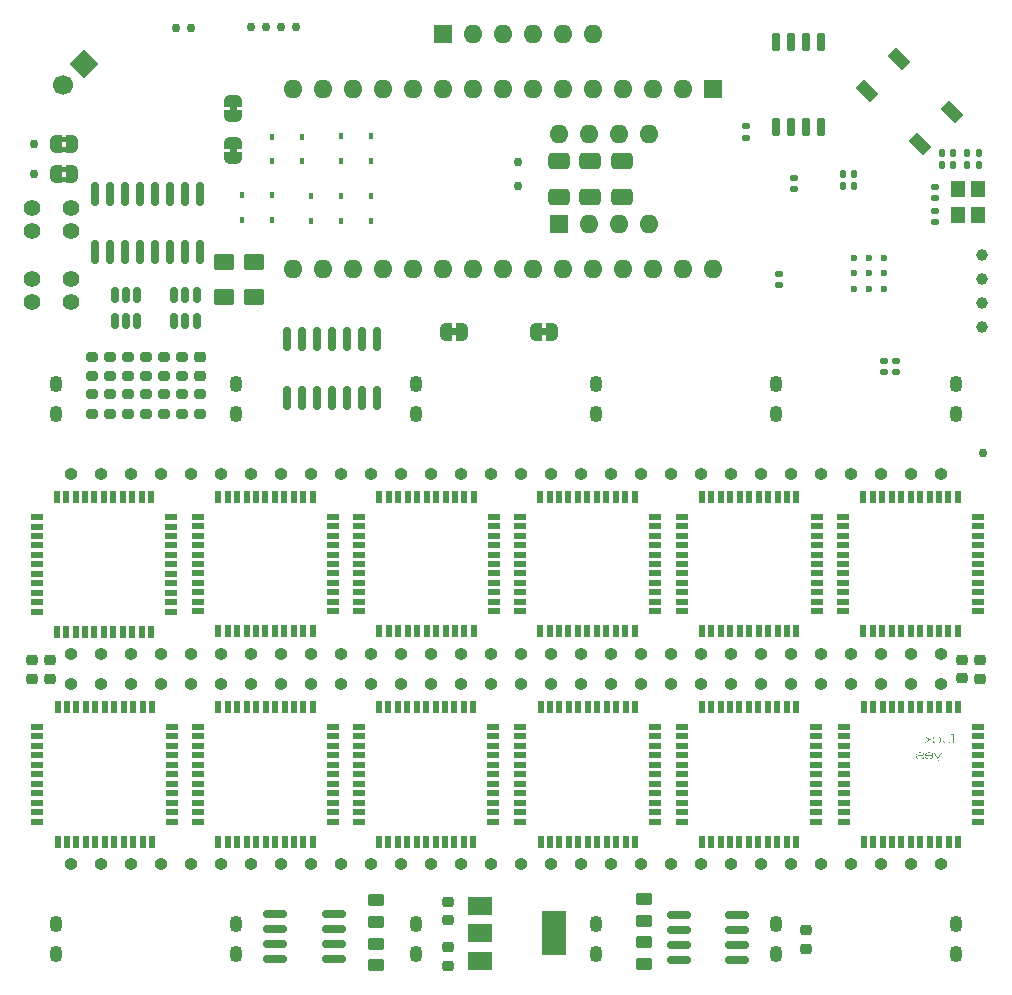
<source format=gbl>
G04 #@! TF.GenerationSoftware,KiCad,Pcbnew,(7.0.0-rc1-358-g86c12d35b4)*
G04 #@! TF.CreationDate,2023-05-11T11:50:55-07:00*
G04 #@! TF.ProjectId,Jumperless2,4a756d70-6572-46c6-9573-73322e6b6963,rev?*
G04 #@! TF.SameCoordinates,Original*
G04 #@! TF.FileFunction,Copper,L4,Bot*
G04 #@! TF.FilePolarity,Positive*
%FSLAX46Y46*%
G04 Gerber Fmt 4.6, Leading zero omitted, Abs format (unit mm)*
G04 Created by KiCad (PCBNEW (7.0.0-rc1-358-g86c12d35b4)) date 2023-05-11 11:50:55*
%MOMM*%
%LPD*%
G01*
G04 APERTURE LIST*
G04 Aperture macros list*
%AMRoundRect*
0 Rectangle with rounded corners*
0 $1 Rounding radius*
0 $2 $3 $4 $5 $6 $7 $8 $9 X,Y pos of 4 corners*
0 Add a 4 corners polygon primitive as box body*
4,1,4,$2,$3,$4,$5,$6,$7,$8,$9,$2,$3,0*
0 Add four circle primitives for the rounded corners*
1,1,$1+$1,$2,$3*
1,1,$1+$1,$4,$5*
1,1,$1+$1,$6,$7*
1,1,$1+$1,$8,$9*
0 Add four rect primitives between the rounded corners*
20,1,$1+$1,$2,$3,$4,$5,0*
20,1,$1+$1,$4,$5,$6,$7,0*
20,1,$1+$1,$6,$7,$8,$9,0*
20,1,$1+$1,$8,$9,$2,$3,0*%
%AMHorizOval*
0 Thick line with rounded ends*
0 $1 width*
0 $2 $3 position (X,Y) of the first rounded end (center of the circle)*
0 $4 $5 position (X,Y) of the second rounded end (center of the circle)*
0 Add line between two ends*
20,1,$1,$2,$3,$4,$5,0*
0 Add two circle primitives to create the rounded ends*
1,1,$1,$2,$3*
1,1,$1,$4,$5*%
%AMRotRect*
0 Rectangle, with rotation*
0 The origin of the aperture is its center*
0 $1 length*
0 $2 width*
0 $3 Rotation angle, in degrees counterclockwise*
0 Add horizontal line*
21,1,$1,$2,0,0,$3*%
%AMFreePoly0*
4,1,19,0.500000,-0.750000,0.000000,-0.750000,0.000000,-0.744911,-0.071157,-0.744911,-0.207708,-0.704816,-0.327430,-0.627875,-0.420627,-0.520320,-0.479746,-0.390866,-0.500000,-0.250000,-0.500000,0.250000,-0.479746,0.390866,-0.420627,0.520320,-0.327430,0.627875,-0.207708,0.704816,-0.071157,0.744911,0.000000,0.744911,0.000000,0.750000,0.500000,0.750000,0.500000,-0.750000,0.500000,-0.750000,
$1*%
%AMFreePoly1*
4,1,19,0.000000,0.744911,0.071157,0.744911,0.207708,0.704816,0.327430,0.627875,0.420627,0.520320,0.479746,0.390866,0.500000,0.250000,0.500000,-0.250000,0.479746,-0.390866,0.420627,-0.520320,0.327430,-0.627875,0.207708,-0.704816,0.071157,-0.744911,0.000000,-0.744911,0.000000,-0.750000,-0.500000,-0.750000,-0.500000,0.750000,0.000000,0.750000,0.000000,0.744911,0.000000,0.744911,
$1*%
G04 Aperture macros list end*
%ADD10C,0.120000*%
G04 #@! TA.AperFunction,NonConductor*
%ADD11C,0.120000*%
G04 #@! TD*
G04 #@! TA.AperFunction,ComponentPad*
%ADD12O,1.100000X1.400000*%
G04 #@! TD*
G04 #@! TA.AperFunction,ComponentPad*
%ADD13O,1.100000X1.000000*%
G04 #@! TD*
G04 #@! TA.AperFunction,ComponentPad*
%ADD14R,1.600000X1.600000*%
G04 #@! TD*
G04 #@! TA.AperFunction,ComponentPad*
%ADD15O,1.600000X1.600000*%
G04 #@! TD*
G04 #@! TA.AperFunction,ComponentPad*
%ADD16C,1.400000*%
G04 #@! TD*
G04 #@! TA.AperFunction,ComponentPad*
%ADD17RotRect,1.700000X1.700000X315.000000*%
G04 #@! TD*
G04 #@! TA.AperFunction,ComponentPad*
%ADD18HorizOval,1.700000X0.000000X0.000000X0.000000X0.000000X0*%
G04 #@! TD*
G04 #@! TA.AperFunction,ComponentPad*
%ADD19R,1.500000X1.500000*%
G04 #@! TD*
G04 #@! TA.AperFunction,ComponentPad*
%ADD20C,0.600000*%
G04 #@! TD*
G04 #@! TA.AperFunction,SMDPad,CuDef*
%ADD21RoundRect,0.140000X-0.170000X0.140000X-0.170000X-0.140000X0.170000X-0.140000X0.170000X0.140000X0*%
G04 #@! TD*
G04 #@! TA.AperFunction,SMDPad,CuDef*
%ADD22RoundRect,0.250000X-0.450000X0.262500X-0.450000X-0.262500X0.450000X-0.262500X0.450000X0.262500X0*%
G04 #@! TD*
G04 #@! TA.AperFunction,SMDPad,CuDef*
%ADD23RoundRect,0.250001X0.624999X-0.462499X0.624999X0.462499X-0.624999X0.462499X-0.624999X-0.462499X0*%
G04 #@! TD*
G04 #@! TA.AperFunction,SMDPad,CuDef*
%ADD24C,1.000000*%
G04 #@! TD*
G04 #@! TA.AperFunction,SMDPad,CuDef*
%ADD25RoundRect,0.250000X0.650000X-0.412500X0.650000X0.412500X-0.650000X0.412500X-0.650000X-0.412500X0*%
G04 #@! TD*
G04 #@! TA.AperFunction,SMDPad,CuDef*
%ADD26C,0.750000*%
G04 #@! TD*
G04 #@! TA.AperFunction,SMDPad,CuDef*
%ADD27RoundRect,0.200000X0.275000X-0.200000X0.275000X0.200000X-0.275000X0.200000X-0.275000X-0.200000X0*%
G04 #@! TD*
G04 #@! TA.AperFunction,SMDPad,CuDef*
%ADD28R,0.450000X0.600000*%
G04 #@! TD*
G04 #@! TA.AperFunction,SMDPad,CuDef*
%ADD29R,1.000000X0.500000*%
G04 #@! TD*
G04 #@! TA.AperFunction,SMDPad,CuDef*
%ADD30R,0.500000X1.000000*%
G04 #@! TD*
G04 #@! TA.AperFunction,SMDPad,CuDef*
%ADD31RoundRect,0.140000X0.170000X-0.140000X0.170000X0.140000X-0.170000X0.140000X-0.170000X-0.140000X0*%
G04 #@! TD*
G04 #@! TA.AperFunction,SMDPad,CuDef*
%ADD32RoundRect,0.150000X0.150000X-0.512500X0.150000X0.512500X-0.150000X0.512500X-0.150000X-0.512500X0*%
G04 #@! TD*
G04 #@! TA.AperFunction,SMDPad,CuDef*
%ADD33RoundRect,0.140000X-0.140000X-0.170000X0.140000X-0.170000X0.140000X0.170000X-0.140000X0.170000X0*%
G04 #@! TD*
G04 #@! TA.AperFunction,SMDPad,CuDef*
%ADD34RoundRect,0.200000X-0.275000X0.200000X-0.275000X-0.200000X0.275000X-0.200000X0.275000X0.200000X0*%
G04 #@! TD*
G04 #@! TA.AperFunction,SMDPad,CuDef*
%ADD35FreePoly0,180.000000*%
G04 #@! TD*
G04 #@! TA.AperFunction,SMDPad,CuDef*
%ADD36FreePoly1,180.000000*%
G04 #@! TD*
G04 #@! TA.AperFunction,SMDPad,CuDef*
%ADD37RotRect,1.700000X1.000000X135.000000*%
G04 #@! TD*
G04 #@! TA.AperFunction,SMDPad,CuDef*
%ADD38RoundRect,0.225000X-0.250000X0.225000X-0.250000X-0.225000X0.250000X-0.225000X0.250000X0.225000X0*%
G04 #@! TD*
G04 #@! TA.AperFunction,SMDPad,CuDef*
%ADD39RoundRect,0.225000X0.250000X-0.225000X0.250000X0.225000X-0.250000X0.225000X-0.250000X-0.225000X0*%
G04 #@! TD*
G04 #@! TA.AperFunction,SMDPad,CuDef*
%ADD40R,1.200000X1.400000*%
G04 #@! TD*
G04 #@! TA.AperFunction,SMDPad,CuDef*
%ADD41RoundRect,0.150000X-0.150000X0.825000X-0.150000X-0.825000X0.150000X-0.825000X0.150000X0.825000X0*%
G04 #@! TD*
G04 #@! TA.AperFunction,SMDPad,CuDef*
%ADD42RoundRect,0.140000X0.140000X0.170000X-0.140000X0.170000X-0.140000X-0.170000X0.140000X-0.170000X0*%
G04 #@! TD*
G04 #@! TA.AperFunction,SMDPad,CuDef*
%ADD43RoundRect,0.150000X-0.150000X0.650000X-0.150000X-0.650000X0.150000X-0.650000X0.150000X0.650000X0*%
G04 #@! TD*
G04 #@! TA.AperFunction,SMDPad,CuDef*
%ADD44RoundRect,0.135000X-0.135000X-0.185000X0.135000X-0.185000X0.135000X0.185000X-0.135000X0.185000X0*%
G04 #@! TD*
G04 #@! TA.AperFunction,SMDPad,CuDef*
%ADD45FreePoly0,0.000000*%
G04 #@! TD*
G04 #@! TA.AperFunction,SMDPad,CuDef*
%ADD46FreePoly1,0.000000*%
G04 #@! TD*
G04 #@! TA.AperFunction,SMDPad,CuDef*
%ADD47RoundRect,0.150000X0.825000X0.150000X-0.825000X0.150000X-0.825000X-0.150000X0.825000X-0.150000X0*%
G04 #@! TD*
G04 #@! TA.AperFunction,SMDPad,CuDef*
%ADD48R,2.000000X1.500000*%
G04 #@! TD*
G04 #@! TA.AperFunction,SMDPad,CuDef*
%ADD49R,2.000000X3.800000*%
G04 #@! TD*
G04 #@! TA.AperFunction,SMDPad,CuDef*
%ADD50FreePoly0,270.000000*%
G04 #@! TD*
G04 #@! TA.AperFunction,SMDPad,CuDef*
%ADD51FreePoly1,270.000000*%
G04 #@! TD*
G04 #@! TA.AperFunction,SMDPad,CuDef*
%ADD52RoundRect,0.250000X-0.650000X0.412500X-0.650000X-0.412500X0.650000X-0.412500X0.650000X0.412500X0*%
G04 #@! TD*
G04 APERTURE END LIST*
D10*
D11*
G36*
X113722364Y-166255576D02*
G01*
X113779810Y-166255576D01*
X113779810Y-165767871D01*
X113888840Y-165767871D01*
X113888840Y-165717850D01*
X113779810Y-165717850D01*
X113779810Y-165659232D01*
X113779687Y-165649325D01*
X113779321Y-165639632D01*
X113778710Y-165630152D01*
X113777856Y-165620886D01*
X113776757Y-165611834D01*
X113775413Y-165602995D01*
X113773826Y-165594370D01*
X113771994Y-165585959D01*
X113769811Y-165577762D01*
X113767268Y-165569876D01*
X113764364Y-165562301D01*
X113761101Y-165555038D01*
X113757477Y-165548086D01*
X113752440Y-165539835D01*
X113746841Y-165532069D01*
X113744443Y-165529100D01*
X113737947Y-165521983D01*
X113730792Y-165515411D01*
X113724595Y-165510544D01*
X113717976Y-165506025D01*
X113710935Y-165501855D01*
X113703474Y-165498033D01*
X113695591Y-165494558D01*
X113691491Y-165492952D01*
X113682931Y-165489975D01*
X113673857Y-165487395D01*
X113664270Y-165485212D01*
X113654171Y-165483426D01*
X113646260Y-165482347D01*
X113638060Y-165481491D01*
X113629572Y-165480859D01*
X113620795Y-165480449D01*
X113611730Y-165480263D01*
X113608644Y-165480251D01*
X113599961Y-165480313D01*
X113591498Y-165480499D01*
X113583253Y-165480809D01*
X113575229Y-165481243D01*
X113567423Y-165481801D01*
X113558347Y-165482635D01*
X113556865Y-165482791D01*
X113547999Y-165483915D01*
X113539133Y-165485383D01*
X113530267Y-165487194D01*
X113521401Y-165489349D01*
X113512535Y-165491847D01*
X113509579Y-165492756D01*
X113509579Y-165542777D01*
X113517576Y-165541792D01*
X113526845Y-165540747D01*
X113535757Y-165539854D01*
X113544312Y-165539113D01*
X113552509Y-165538522D01*
X113556474Y-165538283D01*
X113565461Y-165537826D01*
X113574298Y-165537482D01*
X113582985Y-165537249D01*
X113591523Y-165537129D01*
X113596334Y-165537111D01*
X113606202Y-165537205D01*
X113615581Y-165537489D01*
X113624471Y-165537963D01*
X113632873Y-165538625D01*
X113640787Y-165539477D01*
X113649991Y-165540808D01*
X113658433Y-165542434D01*
X113661596Y-165543168D01*
X113670503Y-165545749D01*
X113678614Y-165548947D01*
X113685927Y-165552764D01*
X113692444Y-165557200D01*
X113699040Y-165563156D01*
X113699893Y-165564075D01*
X113705362Y-165571030D01*
X113709970Y-165578901D01*
X113713235Y-165586378D01*
X113715868Y-165594527D01*
X113717870Y-165603349D01*
X113719164Y-165611217D01*
X113720239Y-165619676D01*
X113721095Y-165628726D01*
X113721732Y-165638368D01*
X113722083Y-165646507D01*
X113722293Y-165655025D01*
X113722364Y-165663922D01*
X113722364Y-165717850D01*
X113540061Y-165717850D01*
X113540061Y-165767871D01*
X113722364Y-165767871D01*
X113722364Y-166255576D01*
G37*
G36*
X112821010Y-166255576D02*
G01*
X112878456Y-166255576D01*
X112878456Y-166146350D01*
X112879628Y-166146350D01*
X112882803Y-166153845D01*
X112886174Y-166161090D01*
X112889740Y-166168085D01*
X112894472Y-166176476D01*
X112899509Y-166184476D01*
X112904852Y-166192084D01*
X112910500Y-166199302D01*
X112916621Y-166206147D01*
X112923380Y-166212640D01*
X112930779Y-166218779D01*
X112937159Y-166223437D01*
X112943947Y-166227868D01*
X112951145Y-166232074D01*
X112958751Y-166236053D01*
X112960717Y-166237013D01*
X112968838Y-166240707D01*
X112977472Y-166244169D01*
X112986619Y-166247399D01*
X112996279Y-166250398D01*
X113003860Y-166252494D01*
X113011730Y-166254460D01*
X113019888Y-166256295D01*
X113028335Y-166258000D01*
X113037071Y-166259574D01*
X113040047Y-166260070D01*
X113049225Y-166261501D01*
X113058809Y-166262792D01*
X113068798Y-166263942D01*
X113079193Y-166264951D01*
X113089993Y-166265820D01*
X113101198Y-166266547D01*
X113112808Y-166267134D01*
X113120773Y-166267447D01*
X113128919Y-166267697D01*
X113137244Y-166267885D01*
X113145750Y-166268010D01*
X113154436Y-166268073D01*
X113158847Y-166268081D01*
X113177800Y-166268081D01*
X113188118Y-166268039D01*
X113198215Y-166267913D01*
X113208091Y-166267703D01*
X113217746Y-166267409D01*
X113227179Y-166267031D01*
X113236391Y-166266569D01*
X113245381Y-166266024D01*
X113254150Y-166265394D01*
X113262698Y-166264680D01*
X113271024Y-166263883D01*
X113279129Y-166263001D01*
X113287013Y-166262036D01*
X113298424Y-166260430D01*
X113309336Y-166258635D01*
X113316334Y-166257334D01*
X113326465Y-166255187D01*
X113336194Y-166252775D01*
X113345520Y-166250099D01*
X113354445Y-166247158D01*
X113362968Y-166243953D01*
X113371090Y-166240484D01*
X113378809Y-166236750D01*
X113386127Y-166232751D01*
X113393042Y-166228488D01*
X113399556Y-166223961D01*
X113403676Y-166220795D01*
X113411388Y-166213999D01*
X113418501Y-166206605D01*
X113425016Y-166198612D01*
X113430933Y-166190021D01*
X113434978Y-166183185D01*
X113438686Y-166176012D01*
X113442058Y-166168503D01*
X113445093Y-166160657D01*
X113447792Y-166152474D01*
X113448616Y-166149672D01*
X113450921Y-166141001D01*
X113452999Y-166131915D01*
X113454850Y-166122413D01*
X113456475Y-166112495D01*
X113457873Y-166102162D01*
X113459044Y-166091413D01*
X113459988Y-166080249D01*
X113460706Y-166068669D01*
X113461059Y-166060718D01*
X113461311Y-166052582D01*
X113461462Y-166044262D01*
X113461512Y-166035757D01*
X113461512Y-165717850D01*
X113404066Y-165717850D01*
X113404066Y-166009183D01*
X113404034Y-166017008D01*
X113403861Y-166028414D01*
X113403541Y-166039421D01*
X113403074Y-166050029D01*
X113402458Y-166060239D01*
X113401695Y-166070051D01*
X113400784Y-166079464D01*
X113399726Y-166088479D01*
X113398520Y-166097095D01*
X113397166Y-166105313D01*
X113395664Y-166113133D01*
X113393298Y-166123022D01*
X113390401Y-166132367D01*
X113386972Y-166141169D01*
X113383013Y-166149428D01*
X113378522Y-166157143D01*
X113373499Y-166164314D01*
X113367946Y-166170942D01*
X113361861Y-166177027D01*
X113355178Y-166182571D01*
X113347829Y-166187676D01*
X113339815Y-166192341D01*
X113331135Y-166196566D01*
X113321790Y-166200352D01*
X113314344Y-166202903D01*
X113306524Y-166205207D01*
X113298330Y-166207263D01*
X113289761Y-166209072D01*
X113280733Y-166210678D01*
X113271163Y-166212126D01*
X113261050Y-166213417D01*
X113250395Y-166214549D01*
X113239197Y-166215523D01*
X113227456Y-166216339D01*
X113219327Y-166216796D01*
X113210957Y-166217182D01*
X113202346Y-166217498D01*
X113193494Y-166217744D01*
X113184400Y-166217919D01*
X113175066Y-166218025D01*
X113165490Y-166218060D01*
X113146341Y-166218060D01*
X113137959Y-166218027D01*
X113129714Y-166217929D01*
X113121607Y-166217764D01*
X113113637Y-166217535D01*
X113105805Y-166217239D01*
X113094313Y-166216673D01*
X113083131Y-166215959D01*
X113072258Y-166215098D01*
X113061694Y-166214089D01*
X113051440Y-166212932D01*
X113041494Y-166211627D01*
X113031857Y-166210175D01*
X113028714Y-166209658D01*
X113019478Y-166207929D01*
X113010526Y-166205967D01*
X113001860Y-166203771D01*
X112993479Y-166201341D01*
X112985383Y-166198678D01*
X112977572Y-166195782D01*
X112970046Y-166192652D01*
X112962805Y-166189288D01*
X112955849Y-166185691D01*
X112947018Y-166180531D01*
X112944890Y-166179176D01*
X112936714Y-166173394D01*
X112929087Y-166167086D01*
X112922010Y-166160254D01*
X112915483Y-166152896D01*
X112909505Y-166145013D01*
X112904077Y-166136605D01*
X112899198Y-166127672D01*
X112894869Y-166118213D01*
X112891936Y-166110694D01*
X112889291Y-166102789D01*
X112886935Y-166094500D01*
X112884867Y-166085827D01*
X112883088Y-166076768D01*
X112881597Y-166067325D01*
X112880395Y-166057498D01*
X112879482Y-166047285D01*
X112878856Y-166036688D01*
X112878520Y-166025706D01*
X112878456Y-166018171D01*
X112878456Y-165717850D01*
X112821010Y-165717850D01*
X112821010Y-166255576D01*
G37*
G36*
X112331938Y-166268081D02*
G01*
X112344471Y-166268040D01*
X112356716Y-166267919D01*
X112368675Y-166267717D01*
X112380347Y-166267433D01*
X112391732Y-166267069D01*
X112402829Y-166266624D01*
X112413640Y-166266099D01*
X112424164Y-166265492D01*
X112434401Y-166264804D01*
X112444351Y-166264035D01*
X112454014Y-166263186D01*
X112463389Y-166262256D01*
X112472478Y-166261244D01*
X112481280Y-166260152D01*
X112489795Y-166258979D01*
X112498023Y-166257725D01*
X112505998Y-166256378D01*
X112513755Y-166254876D01*
X112524982Y-166252335D01*
X112535717Y-166249447D01*
X112545961Y-166246212D01*
X112555713Y-166242631D01*
X112564975Y-166238702D01*
X112573745Y-166234426D01*
X112582025Y-166229804D01*
X112589813Y-166224834D01*
X112597110Y-166219518D01*
X112599433Y-166217669D01*
X112606081Y-166211823D01*
X112612324Y-166205568D01*
X112618162Y-166198904D01*
X112623594Y-166191831D01*
X112628622Y-166184350D01*
X112633244Y-166176460D01*
X112637460Y-166168161D01*
X112641272Y-166159454D01*
X112644678Y-166150338D01*
X112647678Y-166140813D01*
X112649454Y-166134236D01*
X112651863Y-166123954D01*
X112654036Y-166113112D01*
X112655971Y-166101711D01*
X112657130Y-166093799D01*
X112658183Y-166085638D01*
X112659131Y-166077229D01*
X112659973Y-166068570D01*
X112660711Y-166059663D01*
X112661343Y-166050507D01*
X112661869Y-166041102D01*
X112662291Y-166031449D01*
X112662607Y-166021546D01*
X112662817Y-166011395D01*
X112662923Y-166000995D01*
X112662936Y-165995701D01*
X112662936Y-165977725D01*
X112662883Y-165967058D01*
X112662725Y-165956650D01*
X112662462Y-165946499D01*
X112662093Y-165936607D01*
X112661619Y-165926972D01*
X112661040Y-165917595D01*
X112660355Y-165908477D01*
X112659565Y-165899616D01*
X112658670Y-165891013D01*
X112657669Y-165882669D01*
X112656563Y-165874582D01*
X112655352Y-165866753D01*
X112653338Y-165855494D01*
X112651086Y-165844815D01*
X112649454Y-165838018D01*
X112646718Y-165828227D01*
X112643567Y-165818859D01*
X112640000Y-165809914D01*
X112636017Y-165801391D01*
X112631619Y-165793290D01*
X112626805Y-165785612D01*
X112621576Y-165778356D01*
X112615931Y-165771523D01*
X112609871Y-165765112D01*
X112603395Y-165759124D01*
X112598847Y-165755366D01*
X112591649Y-165750004D01*
X112583977Y-165744982D01*
X112575831Y-165740300D01*
X112567211Y-165735958D01*
X112558117Y-165731956D01*
X112548549Y-165728294D01*
X112538507Y-165724972D01*
X112527992Y-165721990D01*
X112517002Y-165719349D01*
X112505538Y-165717047D01*
X112497632Y-165715701D01*
X112489452Y-165714447D01*
X112480981Y-165713274D01*
X112472220Y-165712182D01*
X112463170Y-165711170D01*
X112453829Y-165710240D01*
X112444198Y-165709390D01*
X112434277Y-165708622D01*
X112424066Y-165707934D01*
X112413565Y-165707327D01*
X112402774Y-165706802D01*
X112391693Y-165706357D01*
X112380322Y-165705992D01*
X112368661Y-165705709D01*
X112356710Y-165705507D01*
X112344469Y-165705386D01*
X112331938Y-165705345D01*
X112306146Y-165705345D01*
X112295010Y-165705377D01*
X112284121Y-165705473D01*
X112273480Y-165705634D01*
X112263086Y-165705858D01*
X112252939Y-165706147D01*
X112243040Y-165706499D01*
X112233387Y-165706916D01*
X112223983Y-165707397D01*
X112214825Y-165707942D01*
X112205915Y-165708551D01*
X112197252Y-165709224D01*
X112188836Y-165709961D01*
X112180668Y-165710763D01*
X112172747Y-165711628D01*
X112161329Y-165713047D01*
X112157646Y-165713552D01*
X112146873Y-165715167D01*
X112136537Y-165717009D01*
X112126636Y-165719078D01*
X112117172Y-165721374D01*
X112108144Y-165723896D01*
X112099552Y-165726645D01*
X112091397Y-165729620D01*
X112083677Y-165732823D01*
X112076394Y-165736251D01*
X112067362Y-165741176D01*
X112065225Y-165742470D01*
X112057091Y-165747895D01*
X112049593Y-165753815D01*
X112042730Y-165760230D01*
X112036502Y-165767139D01*
X112030909Y-165774542D01*
X112025951Y-165782440D01*
X112021627Y-165790833D01*
X112017939Y-165799721D01*
X112014779Y-165809124D01*
X112012041Y-165819162D01*
X112010263Y-165827108D01*
X112008723Y-165835411D01*
X112007420Y-165844071D01*
X112006353Y-165853088D01*
X112005524Y-165862462D01*
X112004931Y-165872194D01*
X112004576Y-165882282D01*
X112004457Y-165892728D01*
X112004457Y-165905429D01*
X112059558Y-165905429D01*
X112059558Y-165897222D01*
X112059648Y-165889228D01*
X112060045Y-165879002D01*
X112060759Y-165869271D01*
X112061791Y-165860034D01*
X112063140Y-165851291D01*
X112064807Y-165843043D01*
X112066792Y-165835290D01*
X112069719Y-165826294D01*
X112073304Y-165817971D01*
X112077710Y-165810220D01*
X112082937Y-165803042D01*
X112088983Y-165796436D01*
X112095851Y-165790402D01*
X112103539Y-165784941D01*
X112106844Y-165782917D01*
X112113921Y-165779116D01*
X112121669Y-165775626D01*
X112130090Y-165772448D01*
X112139182Y-165769581D01*
X112148945Y-165767026D01*
X112156709Y-165765314D01*
X112164850Y-165763776D01*
X112173369Y-165762415D01*
X112182266Y-165761228D01*
X112191597Y-165760180D01*
X112201420Y-165759236D01*
X112211734Y-165758394D01*
X112222539Y-165757656D01*
X112233835Y-165757021D01*
X112245622Y-165756488D01*
X112253753Y-165756190D01*
X112262102Y-165755939D01*
X112270670Y-165755733D01*
X112279456Y-165755572D01*
X112288460Y-165755458D01*
X112297682Y-165755389D01*
X112307123Y-165755366D01*
X112330766Y-165755366D01*
X112341885Y-165755397D01*
X112352723Y-165755491D01*
X112363280Y-165755648D01*
X112373557Y-165755867D01*
X112383553Y-165756148D01*
X112393267Y-165756493D01*
X112402701Y-165756900D01*
X112411854Y-165757369D01*
X112420726Y-165757901D01*
X112429318Y-165758496D01*
X112437628Y-165759153D01*
X112445657Y-165759872D01*
X112457175Y-165761069D01*
X112468061Y-165762407D01*
X112474967Y-165763377D01*
X112484862Y-165765020D01*
X112494324Y-165766945D01*
X112503354Y-165769151D01*
X112511951Y-165771639D01*
X112520115Y-165774408D01*
X112527847Y-165777459D01*
X112535145Y-165780792D01*
X112544204Y-165785674D01*
X112552493Y-165791057D01*
X112558205Y-165795422D01*
X112565214Y-165801696D01*
X112571589Y-165808599D01*
X112577329Y-165816131D01*
X112582433Y-165824291D01*
X112586903Y-165833081D01*
X112590738Y-165842500D01*
X112593197Y-165849976D01*
X112595299Y-165857807D01*
X112596502Y-165863224D01*
X112598108Y-165871666D01*
X112599556Y-165880578D01*
X112600847Y-165889961D01*
X112601979Y-165899814D01*
X112602953Y-165910138D01*
X112603770Y-165920933D01*
X112604428Y-165932198D01*
X112604928Y-165943934D01*
X112605174Y-165952019D01*
X112605350Y-165960313D01*
X112605455Y-165968817D01*
X112605490Y-165977529D01*
X112605490Y-165995897D01*
X112605453Y-166004608D01*
X112605340Y-166013106D01*
X112605153Y-166021393D01*
X112604892Y-166029468D01*
X112604555Y-166037330D01*
X112603910Y-166048726D01*
X112603096Y-166059644D01*
X112602115Y-166070085D01*
X112600965Y-166080048D01*
X112599646Y-166089534D01*
X112598160Y-166098543D01*
X112596505Y-166107074D01*
X112595916Y-166109811D01*
X112593949Y-166117775D01*
X112591638Y-166125398D01*
X112588024Y-166135033D01*
X112583798Y-166144064D01*
X112578962Y-166152491D01*
X112573516Y-166160312D01*
X112567458Y-166167530D01*
X112560790Y-166174143D01*
X112557228Y-166177222D01*
X112549513Y-166182944D01*
X112541022Y-166188189D01*
X112531756Y-166192958D01*
X112524298Y-166196222D01*
X112516403Y-166199218D01*
X112508072Y-166201946D01*
X112499305Y-166204407D01*
X112490102Y-166206599D01*
X112480463Y-166208524D01*
X112473794Y-166209658D01*
X112463340Y-166211159D01*
X112452275Y-166212513D01*
X112440598Y-166213719D01*
X112432474Y-166214441D01*
X112424078Y-166215098D01*
X112415411Y-166215689D01*
X112406471Y-166216214D01*
X112397260Y-166216673D01*
X112387778Y-166217067D01*
X112378023Y-166217395D01*
X112367997Y-166217658D01*
X112357699Y-166217855D01*
X112347129Y-166217986D01*
X112336288Y-166218052D01*
X112330766Y-166218060D01*
X112307123Y-166218060D01*
X112297397Y-166218036D01*
X112287904Y-166217965D01*
X112278645Y-166217847D01*
X112269619Y-166217681D01*
X112260827Y-166217468D01*
X112252269Y-166217208D01*
X112243944Y-166216900D01*
X112235853Y-166216545D01*
X112227995Y-166216143D01*
X112216646Y-166215451D01*
X112205823Y-166214653D01*
X112195525Y-166213748D01*
X112185753Y-166212736D01*
X112179530Y-166212003D01*
X112170524Y-166210744D01*
X112161895Y-166209314D01*
X112153643Y-166207713D01*
X112145770Y-166205939D01*
X112135860Y-166203308D01*
X112126621Y-166200371D01*
X112118054Y-166197128D01*
X112110159Y-166193581D01*
X112102936Y-166189728D01*
X112096320Y-166185511D01*
X112088814Y-166179786D01*
X112082158Y-166173555D01*
X112076350Y-166166818D01*
X112071392Y-166159576D01*
X112067283Y-166151828D01*
X112065225Y-166146936D01*
X112062298Y-166138194D01*
X112059867Y-166128698D01*
X112058279Y-166120559D01*
X112057009Y-166111937D01*
X112056057Y-166102833D01*
X112055421Y-166093246D01*
X112055104Y-166083177D01*
X112055064Y-166077962D01*
X112055064Y-166067997D01*
X111999963Y-166067997D01*
X111999963Y-166082456D01*
X112000092Y-166092686D01*
X112000478Y-166102565D01*
X112001122Y-166112094D01*
X112002024Y-166121272D01*
X112003183Y-166130101D01*
X112004600Y-166138579D01*
X112006274Y-166146706D01*
X112008206Y-166154483D01*
X112011183Y-166164308D01*
X112014618Y-166173510D01*
X112018599Y-166182177D01*
X112023215Y-166190399D01*
X112028466Y-166198175D01*
X112034352Y-166205506D01*
X112040874Y-166212390D01*
X112048030Y-166218829D01*
X112055821Y-166224822D01*
X112064248Y-166230370D01*
X112073324Y-166235444D01*
X112080633Y-166238985D01*
X112088371Y-166242299D01*
X112096538Y-166245387D01*
X112105134Y-166248248D01*
X112114160Y-166250883D01*
X112123615Y-166253290D01*
X112133499Y-166255471D01*
X112143813Y-166257426D01*
X112154556Y-166259153D01*
X112158232Y-166259679D01*
X112169559Y-166261180D01*
X112177403Y-166262099D01*
X112185479Y-166262953D01*
X112193790Y-166263740D01*
X112202334Y-166264462D01*
X112211111Y-166265119D01*
X112220122Y-166265709D01*
X112229367Y-166266235D01*
X112238845Y-166266694D01*
X112248557Y-166267088D01*
X112258502Y-166267416D01*
X112268681Y-166267679D01*
X112279093Y-166267876D01*
X112289739Y-166268007D01*
X112300619Y-166268073D01*
X112306146Y-166268081D01*
X112331938Y-166268081D01*
G37*
G36*
X111250040Y-166255576D02*
G01*
X111340117Y-166255576D01*
X111740870Y-165992966D01*
X111785811Y-165992966D01*
X111785811Y-166255576D01*
X111843257Y-166255576D01*
X111843257Y-165492756D01*
X111785811Y-165492756D01*
X111785811Y-165942945D01*
X111735204Y-165942945D01*
X111387402Y-165717850D01*
X111302992Y-165717850D01*
X111689091Y-165967760D01*
X111250040Y-166255576D01*
G37*
G36*
X112696544Y-167748466D02*
G01*
X112688354Y-167749084D01*
X112680135Y-167749445D01*
X112672154Y-167749610D01*
X112666844Y-167749638D01*
X112658173Y-167749638D01*
X112649747Y-167749638D01*
X112641565Y-167749638D01*
X112633627Y-167749638D01*
X112623689Y-167749547D01*
X112614197Y-167749272D01*
X112605151Y-167748814D01*
X112596551Y-167748173D01*
X112588396Y-167747349D01*
X112578830Y-167746061D01*
X112569959Y-167744486D01*
X112566606Y-167743776D01*
X112558473Y-167741668D01*
X112550559Y-167739006D01*
X112542864Y-167735791D01*
X112535389Y-167732022D01*
X112528133Y-167727700D01*
X112521097Y-167722825D01*
X112518344Y-167720720D01*
X112511463Y-167715045D01*
X112504621Y-167708645D01*
X112499174Y-167703003D01*
X112493752Y-167696897D01*
X112488354Y-167690327D01*
X112482981Y-167683293D01*
X112477632Y-167675795D01*
X112474967Y-167671871D01*
X112469474Y-167663579D01*
X112465199Y-167656928D01*
X112460789Y-167649905D01*
X112456246Y-167642511D01*
X112451568Y-167634746D01*
X112446757Y-167626611D01*
X112441811Y-167618104D01*
X112436732Y-167609227D01*
X112431519Y-167599979D01*
X112426172Y-167590359D01*
X112424359Y-167587070D01*
X112445657Y-167587070D01*
X112762978Y-167061850D01*
X112697716Y-167061850D01*
X112405015Y-167556003D01*
X112402866Y-167556003D01*
X112139475Y-167061850D01*
X112077730Y-167061850D01*
X112329789Y-167528843D01*
X112335786Y-167539841D01*
X112341665Y-167550562D01*
X112347424Y-167561005D01*
X112353065Y-167571170D01*
X112358586Y-167581057D01*
X112363989Y-167590667D01*
X112369272Y-167599998D01*
X112374436Y-167609052D01*
X112379481Y-167617828D01*
X112384407Y-167626326D01*
X112389214Y-167634546D01*
X112393902Y-167642489D01*
X112398471Y-167650154D01*
X112402921Y-167657540D01*
X112407252Y-167664649D01*
X112411463Y-167671481D01*
X112417638Y-167681331D01*
X112423778Y-167690731D01*
X112429884Y-167699681D01*
X112435955Y-167708181D01*
X112441992Y-167716231D01*
X112447995Y-167723832D01*
X112453963Y-167730982D01*
X112459897Y-167737683D01*
X112465796Y-167743933D01*
X112471662Y-167749734D01*
X112475553Y-167753351D01*
X112483326Y-167760132D01*
X112491209Y-167766308D01*
X112499202Y-167771880D01*
X112507304Y-167776847D01*
X112515517Y-167781210D01*
X112523840Y-167784968D01*
X112532272Y-167788122D01*
X112540814Y-167790671D01*
X112549619Y-167792778D01*
X112558937Y-167794603D01*
X112568768Y-167796148D01*
X112579112Y-167797412D01*
X112587206Y-167798176D01*
X112595589Y-167798781D01*
X112604260Y-167799229D01*
X112613220Y-167799519D01*
X112622469Y-167799650D01*
X112625616Y-167799659D01*
X112634250Y-167799623D01*
X112643152Y-167799513D01*
X112651162Y-167799356D01*
X112659378Y-167799144D01*
X112661763Y-167799073D01*
X112669973Y-167798789D01*
X112677845Y-167798448D01*
X112686431Y-167797990D01*
X112694576Y-167797459D01*
X112696544Y-167797315D01*
X112696544Y-167748466D01*
G37*
G36*
X111695742Y-167049386D02*
G01*
X111707586Y-167049507D01*
X111719152Y-167049709D01*
X111730441Y-167049992D01*
X111741452Y-167050357D01*
X111752185Y-167050802D01*
X111762640Y-167051327D01*
X111772817Y-167051934D01*
X111782717Y-167052622D01*
X111792338Y-167053390D01*
X111801682Y-167054240D01*
X111810748Y-167055170D01*
X111819536Y-167056182D01*
X111828047Y-167057274D01*
X111836279Y-167058447D01*
X111844234Y-167059701D01*
X111851923Y-167061049D01*
X111863073Y-167063363D01*
X111873763Y-167066027D01*
X111883992Y-167069041D01*
X111893762Y-167072406D01*
X111903071Y-167076121D01*
X111911920Y-167080187D01*
X111920308Y-167084603D01*
X111928237Y-167089369D01*
X111935705Y-167094485D01*
X111942713Y-167099952D01*
X111947119Y-167103781D01*
X111953399Y-167109867D01*
X111959284Y-167116365D01*
X111964775Y-167123276D01*
X111969870Y-167130599D01*
X111974570Y-167138334D01*
X111978876Y-167146481D01*
X111982786Y-167155040D01*
X111986302Y-167164011D01*
X111989422Y-167173395D01*
X111992147Y-167183190D01*
X111993780Y-167189986D01*
X111996031Y-167200661D01*
X111998046Y-167211913D01*
X111999257Y-167219735D01*
X112000363Y-167227813D01*
X112001364Y-167236148D01*
X112002259Y-167244739D01*
X112003049Y-167253587D01*
X112003734Y-167262691D01*
X112004313Y-167272052D01*
X112004787Y-167281669D01*
X112005156Y-167291543D01*
X112005419Y-167301672D01*
X112005577Y-167312059D01*
X112005630Y-167322702D01*
X112005630Y-167336379D01*
X112005616Y-167341673D01*
X112005511Y-167352073D01*
X112005300Y-167362224D01*
X112004984Y-167372127D01*
X112004563Y-167381781D01*
X112004036Y-167391185D01*
X112003404Y-167400341D01*
X112002667Y-167409249D01*
X112001824Y-167417907D01*
X112000877Y-167426317D01*
X111999823Y-167434477D01*
X111998665Y-167442389D01*
X111996729Y-167453791D01*
X111994557Y-167464632D01*
X111992147Y-167474914D01*
X111990374Y-167481470D01*
X111987386Y-167490974D01*
X111984002Y-167500083D01*
X111980223Y-167508797D01*
X111976049Y-167517117D01*
X111971481Y-167525041D01*
X111966517Y-167532571D01*
X111961158Y-167539705D01*
X111955405Y-167546444D01*
X111949256Y-167552789D01*
X111942713Y-167558738D01*
X111940425Y-167560637D01*
X111933230Y-167566105D01*
X111925533Y-167571234D01*
X111917334Y-167576022D01*
X111908634Y-167580471D01*
X111899433Y-167584579D01*
X111889730Y-167588347D01*
X111879525Y-167591776D01*
X111868820Y-167594864D01*
X111857612Y-167597612D01*
X111849862Y-167599256D01*
X111841889Y-167600748D01*
X111833634Y-167602120D01*
X111825085Y-167603404D01*
X111816244Y-167604599D01*
X111807109Y-167605706D01*
X111797681Y-167606724D01*
X111787960Y-167607654D01*
X111777946Y-167608495D01*
X111767639Y-167609248D01*
X111757039Y-167609912D01*
X111746146Y-167610487D01*
X111734960Y-167610974D01*
X111723480Y-167611372D01*
X111711708Y-167611682D01*
X111699642Y-167611904D01*
X111687283Y-167612036D01*
X111674632Y-167612081D01*
X111649817Y-167612081D01*
X111638967Y-167612046D01*
X111628351Y-167611943D01*
X111617968Y-167611772D01*
X111607819Y-167611531D01*
X111597903Y-167611222D01*
X111588222Y-167610844D01*
X111578773Y-167610398D01*
X111569558Y-167609883D01*
X111560577Y-167609299D01*
X111551829Y-167608646D01*
X111543315Y-167607925D01*
X111535035Y-167607135D01*
X111526988Y-167606276D01*
X111515355Y-167604859D01*
X111504248Y-167603288D01*
X111497082Y-167602163D01*
X111486666Y-167600286D01*
X111476648Y-167598183D01*
X111467029Y-167595853D01*
X111457808Y-167593297D01*
X111448986Y-167590514D01*
X111440561Y-167587504D01*
X111432536Y-167584267D01*
X111424909Y-167580804D01*
X111417680Y-167577114D01*
X111410849Y-167573197D01*
X111402286Y-167567552D01*
X111394375Y-167561461D01*
X111387118Y-167554925D01*
X111380514Y-167547943D01*
X111374564Y-167540515D01*
X111369267Y-167532641D01*
X111364623Y-167524321D01*
X111360633Y-167515556D01*
X111359731Y-167513278D01*
X111356411Y-167503783D01*
X111354222Y-167496261D01*
X111352290Y-167488395D01*
X111350615Y-167480187D01*
X111349198Y-167471634D01*
X111348039Y-167462738D01*
X111347138Y-167453499D01*
X111346494Y-167443916D01*
X111346107Y-167433990D01*
X111345978Y-167423721D01*
X111345978Y-167411997D01*
X111401275Y-167411997D01*
X111401275Y-167421376D01*
X111401312Y-167426498D01*
X111401612Y-167436408D01*
X111402210Y-167445873D01*
X111403108Y-167454891D01*
X111404304Y-167463464D01*
X111405800Y-167471591D01*
X111408091Y-167481124D01*
X111410849Y-167489959D01*
X111412114Y-167493311D01*
X111415870Y-167501309D01*
X111420476Y-167508763D01*
X111425930Y-167515673D01*
X111432234Y-167522040D01*
X111439386Y-167527863D01*
X111447388Y-167533141D01*
X111454483Y-167536955D01*
X111462287Y-167540481D01*
X111470799Y-167543720D01*
X111480019Y-167546672D01*
X111489947Y-167549338D01*
X111497859Y-167551148D01*
X111506168Y-167552798D01*
X111514876Y-167554285D01*
X111523983Y-167555612D01*
X111530281Y-167556393D01*
X111540175Y-167557469D01*
X111550605Y-167558433D01*
X111561571Y-167559283D01*
X111573072Y-167560020D01*
X111581038Y-167560448D01*
X111589241Y-167560826D01*
X111597683Y-167561153D01*
X111606363Y-167561430D01*
X111615281Y-167561657D01*
X111624437Y-167561833D01*
X111633831Y-167561959D01*
X111643463Y-167562035D01*
X111653334Y-167562060D01*
X111674632Y-167562060D01*
X111680093Y-167562052D01*
X111690816Y-167561986D01*
X111701269Y-167561855D01*
X111711454Y-167561658D01*
X111721371Y-167561395D01*
X111731018Y-167561067D01*
X111740397Y-167560673D01*
X111749507Y-167560214D01*
X111758349Y-167559689D01*
X111766922Y-167559098D01*
X111775226Y-167558441D01*
X111783262Y-167557719D01*
X111794811Y-167556513D01*
X111805756Y-167555159D01*
X111816097Y-167553658D01*
X111822671Y-167552548D01*
X111832180Y-167550660D01*
X111841266Y-167548504D01*
X111849930Y-167546081D01*
X111858172Y-167543389D01*
X111865991Y-167540429D01*
X111873387Y-167537202D01*
X111882592Y-167532482D01*
X111891046Y-167527286D01*
X111898749Y-167521613D01*
X111900550Y-167520119D01*
X111907384Y-167513800D01*
X111913626Y-167506939D01*
X111919276Y-167499533D01*
X111924333Y-167491585D01*
X111928798Y-167483093D01*
X111932671Y-167474057D01*
X111935951Y-167464478D01*
X111938023Y-167456938D01*
X111938648Y-167454336D01*
X111940404Y-167446237D01*
X111941982Y-167437694D01*
X111943381Y-167428709D01*
X111944602Y-167419280D01*
X111945643Y-167409408D01*
X111946507Y-167399093D01*
X111947191Y-167388335D01*
X111947697Y-167377134D01*
X111948025Y-167365490D01*
X111948144Y-167357481D01*
X111948184Y-167349275D01*
X111948184Y-167336966D01*
X111350473Y-167336966D01*
X111350473Y-167286945D01*
X111406746Y-167286945D01*
X111947011Y-167286945D01*
X111946714Y-167276078D01*
X111946262Y-167265606D01*
X111945656Y-167255529D01*
X111944895Y-167245848D01*
X111943980Y-167236561D01*
X111942910Y-167227669D01*
X111941686Y-167219172D01*
X111940307Y-167211071D01*
X111938228Y-167200883D01*
X111935874Y-167191397D01*
X111933062Y-167182519D01*
X111929707Y-167174153D01*
X111925808Y-167166301D01*
X111921366Y-167158961D01*
X111916380Y-167152135D01*
X111910851Y-167145821D01*
X111904779Y-167140020D01*
X111898163Y-167134733D01*
X111894601Y-167132243D01*
X111886913Y-167127566D01*
X111878474Y-167123291D01*
X111869285Y-167119420D01*
X111861900Y-167116781D01*
X111854092Y-167114369D01*
X111845862Y-167112183D01*
X111837210Y-167110224D01*
X111828135Y-167108492D01*
X111818637Y-167106987D01*
X111815367Y-167106518D01*
X111805149Y-167105201D01*
X111794319Y-167104017D01*
X111782879Y-167102968D01*
X111774912Y-167102343D01*
X111766673Y-167101777D01*
X111758163Y-167101271D01*
X111749381Y-167100825D01*
X111740327Y-167100438D01*
X111731001Y-167100110D01*
X111721404Y-167099842D01*
X111711535Y-167099634D01*
X111701395Y-167099485D01*
X111690982Y-167099396D01*
X111680298Y-167099366D01*
X111662322Y-167099366D01*
X111652023Y-167099394D01*
X111641985Y-167099476D01*
X111632209Y-167099613D01*
X111622693Y-167099806D01*
X111613439Y-167100053D01*
X111604445Y-167100355D01*
X111595713Y-167100713D01*
X111587242Y-167101125D01*
X111579031Y-167101592D01*
X111571082Y-167102114D01*
X111559647Y-167103000D01*
X111548800Y-167104010D01*
X111538540Y-167105143D01*
X111528867Y-167106400D01*
X111519691Y-167107791D01*
X111510920Y-167109398D01*
X111502555Y-167111221D01*
X111494594Y-167113261D01*
X111484611Y-167116317D01*
X111475348Y-167119757D01*
X111466805Y-167123583D01*
X111458983Y-167127793D01*
X111451882Y-167132388D01*
X111445376Y-167137392D01*
X111439438Y-167142829D01*
X111434068Y-167148700D01*
X111429265Y-167155005D01*
X111425031Y-167161743D01*
X111421364Y-167168914D01*
X111418265Y-167176519D01*
X111415734Y-167184558D01*
X111414646Y-167188732D01*
X111412680Y-167197507D01*
X111410994Y-167206849D01*
X111409590Y-167216759D01*
X111408721Y-167224564D01*
X111408010Y-167232689D01*
X111407457Y-167241133D01*
X111407062Y-167249897D01*
X111406825Y-167258980D01*
X111406746Y-167268382D01*
X111406746Y-167286945D01*
X111350473Y-167286945D01*
X111350473Y-167276198D01*
X111350485Y-167271996D01*
X111350588Y-167263730D01*
X111350792Y-167255648D01*
X111351291Y-167243872D01*
X111352019Y-167232512D01*
X111352978Y-167221568D01*
X111354167Y-167211039D01*
X111355586Y-167200925D01*
X111357236Y-167191228D01*
X111359115Y-167181945D01*
X111361224Y-167173079D01*
X111363564Y-167164628D01*
X111365260Y-167159180D01*
X111368119Y-167151277D01*
X111371355Y-167143696D01*
X111374970Y-167136439D01*
X111378962Y-167129504D01*
X111383332Y-167122892D01*
X111388080Y-167116604D01*
X111393205Y-167110638D01*
X111398709Y-167104994D01*
X111404590Y-167099674D01*
X111410849Y-167094677D01*
X111415225Y-167091515D01*
X111422169Y-167087008D01*
X111429571Y-167082782D01*
X111437428Y-167078838D01*
X111445743Y-167075175D01*
X111454515Y-167071795D01*
X111463743Y-167068695D01*
X111473428Y-167065878D01*
X111483570Y-167063342D01*
X111494169Y-167061088D01*
X111505225Y-167059115D01*
X111512882Y-167057932D01*
X111520807Y-167056825D01*
X111529002Y-167055795D01*
X111537465Y-167054841D01*
X111546197Y-167053963D01*
X111555197Y-167053162D01*
X111564466Y-167052436D01*
X111574004Y-167051788D01*
X111583810Y-167051215D01*
X111593885Y-167050719D01*
X111604229Y-167050299D01*
X111614841Y-167049956D01*
X111625722Y-167049689D01*
X111636872Y-167049498D01*
X111648290Y-167049383D01*
X111659977Y-167049345D01*
X111683620Y-167049345D01*
X111695742Y-167049386D01*
G37*
G36*
X110900870Y-167612081D02*
G01*
X110913392Y-167612056D01*
X110925606Y-167611983D01*
X110937511Y-167611861D01*
X110949108Y-167611690D01*
X110960397Y-167611470D01*
X110971377Y-167611201D01*
X110982049Y-167610884D01*
X110992412Y-167610518D01*
X111002468Y-167610102D01*
X111012214Y-167609638D01*
X111021653Y-167609125D01*
X111030783Y-167608564D01*
X111039605Y-167607953D01*
X111048118Y-167607294D01*
X111056323Y-167606585D01*
X111064220Y-167605828D01*
X111075551Y-167604560D01*
X111086392Y-167603099D01*
X111096741Y-167601445D01*
X111106599Y-167599600D01*
X111115966Y-167597562D01*
X111124842Y-167595332D01*
X111133226Y-167592909D01*
X111141120Y-167590294D01*
X111148522Y-167587487D01*
X111157628Y-167583445D01*
X111159768Y-167582381D01*
X111167867Y-167577850D01*
X111175265Y-167572855D01*
X111181960Y-167567397D01*
X111187953Y-167561474D01*
X111193244Y-167555087D01*
X111197833Y-167548236D01*
X111201719Y-167540921D01*
X111204904Y-167533141D01*
X111207514Y-167524825D01*
X111209776Y-167515898D01*
X111211691Y-167506360D01*
X111213257Y-167496212D01*
X111214203Y-167488200D01*
X111214954Y-167479845D01*
X111215508Y-167471146D01*
X111215867Y-167462103D01*
X111216030Y-167452718D01*
X111216041Y-167449513D01*
X111216041Y-167437007D01*
X111160940Y-167437007D01*
X111160940Y-167446191D01*
X111160836Y-167454972D01*
X111160525Y-167463337D01*
X111160006Y-167471287D01*
X111159065Y-167480641D01*
X111157800Y-167489346D01*
X111156211Y-167497402D01*
X111154297Y-167504809D01*
X111151066Y-167512899D01*
X111146502Y-167520316D01*
X111140606Y-167527059D01*
X111134675Y-167532164D01*
X111127818Y-167536802D01*
X111121666Y-167540176D01*
X111112915Y-167543949D01*
X111105008Y-167546686D01*
X111096294Y-167549173D01*
X111086775Y-167551409D01*
X111079106Y-167552922D01*
X111070985Y-167554294D01*
X111062409Y-167555526D01*
X111053381Y-167556616D01*
X111043899Y-167557566D01*
X111033854Y-167558369D01*
X111023135Y-167559093D01*
X111011744Y-167559738D01*
X111003775Y-167560124D01*
X110995508Y-167560475D01*
X110986941Y-167560791D01*
X110978075Y-167561072D01*
X110968909Y-167561318D01*
X110959445Y-167561529D01*
X110949681Y-167561704D01*
X110939619Y-167561845D01*
X110929257Y-167561950D01*
X110918595Y-167562020D01*
X110907635Y-167562055D01*
X110902043Y-167562060D01*
X110859251Y-167562060D01*
X110849678Y-167562040D01*
X110840350Y-167561980D01*
X110831268Y-167561881D01*
X110822432Y-167561742D01*
X110813841Y-167561564D01*
X110805496Y-167561345D01*
X110797398Y-167561087D01*
X110789544Y-167560790D01*
X110778225Y-167560269D01*
X110767459Y-167559659D01*
X110757247Y-167558959D01*
X110747587Y-167558170D01*
X110738479Y-167557292D01*
X110735567Y-167556980D01*
X110727113Y-167555969D01*
X110719044Y-167554841D01*
X110708883Y-167553156D01*
X110699407Y-167551263D01*
X110690614Y-167549162D01*
X110682505Y-167546854D01*
X110675080Y-167544338D01*
X110666760Y-167540902D01*
X110665225Y-167540176D01*
X110658068Y-167536251D01*
X110650576Y-167531012D01*
X110644279Y-167525196D01*
X110639178Y-167518802D01*
X110635271Y-167511832D01*
X110633766Y-167508131D01*
X110631243Y-167500160D01*
X110629242Y-167491489D01*
X110627973Y-167483727D01*
X110627066Y-167475480D01*
X110626523Y-167466745D01*
X110626341Y-167457524D01*
X110626341Y-167447363D01*
X110626523Y-167438129D01*
X110627066Y-167429476D01*
X110627973Y-167421406D01*
X110629539Y-167412489D01*
X110631627Y-167404411D01*
X110633766Y-167398319D01*
X110637874Y-167390554D01*
X110642897Y-167384463D01*
X110649309Y-167378894D01*
X110657108Y-167373847D01*
X110664667Y-167370041D01*
X110667960Y-167368619D01*
X110677021Y-167365259D01*
X110685183Y-167362832D01*
X110694158Y-167360637D01*
X110703944Y-167358674D01*
X110711817Y-167357354D01*
X110720147Y-167356164D01*
X110728933Y-167355105D01*
X110738176Y-167354177D01*
X110747877Y-167353379D01*
X110758140Y-167352680D01*
X110769073Y-167352051D01*
X110780676Y-167351490D01*
X110788783Y-167351154D01*
X110797188Y-167350849D01*
X110805891Y-167350574D01*
X110814891Y-167350329D01*
X110824189Y-167350116D01*
X110833785Y-167349933D01*
X110843678Y-167349780D01*
X110853869Y-167349658D01*
X110864358Y-167349566D01*
X110875144Y-167349505D01*
X110886228Y-167349475D01*
X110891882Y-167349471D01*
X110904255Y-167349446D01*
X110916316Y-167349373D01*
X110928063Y-167349251D01*
X110939497Y-167349080D01*
X110950619Y-167348860D01*
X110961427Y-167348592D01*
X110971923Y-167348274D01*
X110982105Y-167347908D01*
X110991975Y-167347492D01*
X111001532Y-167347028D01*
X111010776Y-167346515D01*
X111019707Y-167345954D01*
X111028325Y-167345343D01*
X111036630Y-167344684D01*
X111044622Y-167343975D01*
X111052301Y-167343218D01*
X111063343Y-167341955D01*
X111073900Y-167340509D01*
X111083974Y-167338882D01*
X111093563Y-167337072D01*
X111102667Y-167335081D01*
X111111288Y-167332907D01*
X111119424Y-167330552D01*
X111127076Y-167328014D01*
X111136525Y-167324347D01*
X111145113Y-167320357D01*
X111152920Y-167315991D01*
X111160024Y-167311296D01*
X111166426Y-167306270D01*
X111172126Y-167300915D01*
X111178264Y-167293758D01*
X111183304Y-167286085D01*
X111187247Y-167277897D01*
X111187904Y-167276198D01*
X111190832Y-167267197D01*
X111192816Y-167259433D01*
X111194483Y-167251169D01*
X111195832Y-167242404D01*
X111196864Y-167233138D01*
X111197579Y-167223371D01*
X111197976Y-167213104D01*
X111198065Y-167205074D01*
X111198065Y-167191397D01*
X111197873Y-167181578D01*
X111197296Y-167172151D01*
X111196334Y-167163114D01*
X111194988Y-167154467D01*
X111193256Y-167146212D01*
X111191141Y-167138347D01*
X111188640Y-167130873D01*
X111185755Y-167123790D01*
X111181399Y-167115448D01*
X111176146Y-167107640D01*
X111169996Y-167100366D01*
X111162949Y-167093626D01*
X111156666Y-167088619D01*
X111149809Y-167083954D01*
X111142378Y-167079631D01*
X111134253Y-167075632D01*
X111125415Y-167071938D01*
X111115862Y-167068549D01*
X111108228Y-167066208D01*
X111100193Y-167064038D01*
X111091756Y-167062040D01*
X111082917Y-167060214D01*
X111073676Y-167058560D01*
X111064033Y-167057077D01*
X111057381Y-167056184D01*
X111046967Y-167054962D01*
X111036020Y-167053860D01*
X111024541Y-167052878D01*
X111016592Y-167052290D01*
X111008407Y-167051756D01*
X110999985Y-167051275D01*
X110991327Y-167050848D01*
X110982432Y-167050474D01*
X110973300Y-167050153D01*
X110963932Y-167049886D01*
X110954327Y-167049672D01*
X110944485Y-167049512D01*
X110934407Y-167049405D01*
X110924093Y-167049352D01*
X110918847Y-167049345D01*
X110886216Y-167049345D01*
X110875368Y-167049368D01*
X110864759Y-167049437D01*
X110854388Y-167049551D01*
X110844255Y-167049712D01*
X110834360Y-167049918D01*
X110824703Y-167050170D01*
X110815285Y-167050467D01*
X110806104Y-167050811D01*
X110797162Y-167051200D01*
X110788457Y-167051635D01*
X110779991Y-167052116D01*
X110771763Y-167052642D01*
X110763774Y-167053215D01*
X110752236Y-167054159D01*
X110741233Y-167055207D01*
X110730680Y-167056409D01*
X110720563Y-167057817D01*
X110710883Y-167059432D01*
X110701638Y-167061252D01*
X110692830Y-167063279D01*
X110684458Y-167065511D01*
X110676522Y-167067950D01*
X110669023Y-167070594D01*
X110659702Y-167074441D01*
X110651156Y-167078654D01*
X110643261Y-167083231D01*
X110635989Y-167088265D01*
X110629339Y-167093758D01*
X110623313Y-167099708D01*
X110617909Y-167106116D01*
X110613128Y-167112983D01*
X110608970Y-167120307D01*
X110605434Y-167128089D01*
X110602412Y-167136421D01*
X110599792Y-167145394D01*
X110597576Y-167155008D01*
X110595762Y-167165263D01*
X110594666Y-167173375D01*
X110593797Y-167181848D01*
X110593155Y-167190681D01*
X110592740Y-167199875D01*
X110592551Y-167209430D01*
X110592538Y-167212695D01*
X110592538Y-167224418D01*
X110647639Y-167224418D01*
X110647639Y-167214844D01*
X110647764Y-167206705D01*
X110648140Y-167198895D01*
X110648961Y-167189597D01*
X110650174Y-167180814D01*
X110651778Y-167172546D01*
X110653773Y-167164793D01*
X110655650Y-167158961D01*
X110659179Y-167150798D01*
X110663903Y-167143308D01*
X110669822Y-167136492D01*
X110676936Y-167130348D01*
X110683778Y-167125743D01*
X110688281Y-167123204D01*
X110696514Y-167119304D01*
X110703876Y-167116459D01*
X110711929Y-167113857D01*
X110720671Y-167111500D01*
X110730103Y-167109388D01*
X110740226Y-167107519D01*
X110748270Y-167106278D01*
X110756703Y-167105175D01*
X110759600Y-167104837D01*
X110768629Y-167103859D01*
X110778205Y-167102978D01*
X110788326Y-167102192D01*
X110798994Y-167101503D01*
X110810207Y-167100910D01*
X110821967Y-167100413D01*
X110830110Y-167100136D01*
X110838496Y-167099900D01*
X110847125Y-167099708D01*
X110855996Y-167099558D01*
X110865110Y-167099452D01*
X110874467Y-167099388D01*
X110884066Y-167099366D01*
X110914352Y-167099366D01*
X110923804Y-167099384D01*
X110933010Y-167099439D01*
X110941969Y-167099531D01*
X110950684Y-167099659D01*
X110959152Y-167099824D01*
X110967375Y-167100026D01*
X110975351Y-167100264D01*
X110986856Y-167100690D01*
X110997807Y-167101198D01*
X111008206Y-167101789D01*
X111018051Y-167102462D01*
X111027344Y-167103218D01*
X111036083Y-167104056D01*
X111044322Y-167104986D01*
X111052187Y-167106020D01*
X111062091Y-167107559D01*
X111071330Y-167109281D01*
X111079903Y-167111186D01*
X111087810Y-167113274D01*
X111096758Y-167116142D01*
X111104667Y-167119296D01*
X111112942Y-167123448D01*
X111120035Y-167128135D01*
X111125948Y-167133358D01*
X111131352Y-167140129D01*
X111135148Y-167147629D01*
X111137737Y-167155970D01*
X111139449Y-167163879D01*
X111140695Y-167172488D01*
X111141474Y-167181799D01*
X111141765Y-167190092D01*
X111141791Y-167193546D01*
X111141791Y-167206442D01*
X111141601Y-167214931D01*
X111141028Y-167222932D01*
X111139837Y-167231892D01*
X111138097Y-167240152D01*
X111135807Y-167247710D01*
X111133976Y-167252360D01*
X111129592Y-167259869D01*
X111123450Y-167266668D01*
X111116787Y-167271930D01*
X111108832Y-167276670D01*
X111101217Y-167280221D01*
X111099586Y-167280887D01*
X111090752Y-167283971D01*
X111082832Y-167286218D01*
X111074155Y-167288270D01*
X111064721Y-167290126D01*
X111054530Y-167291787D01*
X111046390Y-167292904D01*
X111037824Y-167293912D01*
X111028832Y-167294809D01*
X111022601Y-167295347D01*
X111012761Y-167296080D01*
X111002293Y-167296741D01*
X110991196Y-167297330D01*
X110979471Y-167297847D01*
X110971305Y-167298152D01*
X110962859Y-167298424D01*
X110954134Y-167298664D01*
X110945130Y-167298873D01*
X110935847Y-167299049D01*
X110926284Y-167299193D01*
X110916442Y-167299306D01*
X110906320Y-167299386D01*
X110895919Y-167299434D01*
X110885239Y-167299450D01*
X110872859Y-167299474D01*
X110860781Y-167299548D01*
X110849003Y-167299670D01*
X110837526Y-167299841D01*
X110826349Y-167300060D01*
X110815474Y-167300329D01*
X110804899Y-167300647D01*
X110794625Y-167301013D01*
X110784651Y-167301428D01*
X110774978Y-167301892D01*
X110765606Y-167302405D01*
X110756535Y-167302967D01*
X110747764Y-167303578D01*
X110739294Y-167304237D01*
X110731125Y-167304945D01*
X110723257Y-167305703D01*
X110711890Y-167306924D01*
X110701019Y-167308317D01*
X110690641Y-167309882D01*
X110680759Y-167311619D01*
X110671371Y-167313528D01*
X110662477Y-167315608D01*
X110654078Y-167317860D01*
X110646174Y-167320284D01*
X110638764Y-167322879D01*
X110629654Y-167326607D01*
X110627514Y-167327587D01*
X110619408Y-167331705D01*
X110611992Y-167336245D01*
X110605266Y-167341206D01*
X110599230Y-167346589D01*
X110593884Y-167352393D01*
X110588172Y-167360240D01*
X110583539Y-167368745D01*
X110581987Y-167372332D01*
X110579193Y-167379855D01*
X110576772Y-167387866D01*
X110574724Y-167396365D01*
X110573048Y-167405354D01*
X110571744Y-167414830D01*
X110570813Y-167424795D01*
X110570254Y-167435249D01*
X110570079Y-167443410D01*
X110570068Y-167446191D01*
X110570068Y-167457524D01*
X110570173Y-167465572D01*
X110570638Y-167475923D01*
X110571476Y-167485841D01*
X110572687Y-167495325D01*
X110574270Y-167504376D01*
X110576225Y-167512993D01*
X110578553Y-167521177D01*
X110581254Y-167528927D01*
X110581987Y-167530797D01*
X110585235Y-167538039D01*
X110589119Y-167544914D01*
X110593637Y-167551423D01*
X110598791Y-167557566D01*
X110604579Y-167563342D01*
X110611003Y-167568752D01*
X110618061Y-167573796D01*
X110625755Y-167578473D01*
X110634136Y-167582808D01*
X110643255Y-167586826D01*
X110650580Y-167589631D01*
X110658320Y-167592257D01*
X110666475Y-167594705D01*
X110675046Y-167596974D01*
X110684033Y-167599065D01*
X110693436Y-167600977D01*
X110703254Y-167602710D01*
X110713487Y-167604265D01*
X110724220Y-167605662D01*
X110735538Y-167606921D01*
X110743407Y-167607684D01*
X110751536Y-167608387D01*
X110759924Y-167609028D01*
X110768572Y-167609608D01*
X110777479Y-167610127D01*
X110786646Y-167610585D01*
X110796072Y-167610982D01*
X110805758Y-167611317D01*
X110815703Y-167611592D01*
X110825908Y-167611806D01*
X110836372Y-167611959D01*
X110847096Y-167612050D01*
X110858079Y-167612081D01*
X110900870Y-167612081D01*
G37*
G04 #@! TO.C,JP12*
G36*
X38655000Y-118710000D02*
G01*
X38155000Y-118710000D01*
X38155000Y-118310000D01*
X38655000Y-118310000D01*
X38655000Y-118710000D01*
G37*
G36*
X38655000Y-117910000D02*
G01*
X38155000Y-117910000D01*
X38155000Y-117510000D01*
X38655000Y-117510000D01*
X38655000Y-117910000D01*
G37*
G04 #@! TO.C,JP1*
G36*
X71675000Y-131745000D02*
G01*
X71175000Y-131745000D01*
X71175000Y-131145000D01*
X71675000Y-131145000D01*
X71675000Y-131745000D01*
G37*
G04 #@! TO.C,JP2*
G36*
X79295000Y-131745000D02*
G01*
X78795000Y-131745000D01*
X78795000Y-131145000D01*
X79295000Y-131145000D01*
X79295000Y-131745000D01*
G37*
G04 #@! TO.C,JP4*
G36*
X53056000Y-112772000D02*
G01*
X52456000Y-112772000D01*
X52456000Y-112272000D01*
X53056000Y-112272000D01*
X53056000Y-112772000D01*
G37*
G04 #@! TO.C,JP11*
G36*
X38655000Y-115370000D02*
G01*
X38155000Y-115370000D01*
X38155000Y-114970000D01*
X38655000Y-114970000D01*
X38655000Y-115370000D01*
G37*
G36*
X38655000Y-116170000D02*
G01*
X38155000Y-116170000D01*
X38155000Y-115770000D01*
X38655000Y-115770000D01*
X38655000Y-116170000D01*
G37*
G04 #@! TO.C,JP8*
G36*
X53056000Y-116328000D02*
G01*
X52456000Y-116328000D01*
X52456000Y-115828000D01*
X53056000Y-115828000D01*
X53056000Y-116328000D01*
G37*
G04 #@! TD*
D12*
G04 #@! TO.P,J4,0,Pin_0*
G04 #@! TO.N,GND*
X37769999Y-138417299D03*
X53009999Y-138417299D03*
X53009999Y-138417299D03*
X68249999Y-138417299D03*
X68249999Y-138417299D03*
X83489999Y-138417299D03*
X83489999Y-138417299D03*
X98729999Y-138417299D03*
X98729999Y-138417299D03*
X113969999Y-138417299D03*
D13*
G04 #@! TO.P,J4,1,Pin_1*
G04 #@! TO.N,1*
X39039999Y-143497299D03*
X39039999Y-158737299D03*
X39039999Y-158737299D03*
G04 #@! TO.P,J4,2,Pin_2*
G04 #@! TO.N,2*
X41579999Y-143497299D03*
X41579999Y-158737299D03*
G04 #@! TO.P,J4,3,Pin_3*
G04 #@! TO.N,3*
X44119999Y-143497299D03*
X44119999Y-158737299D03*
G04 #@! TO.P,J4,4,Pin_4*
G04 #@! TO.N,4*
X46659999Y-143497299D03*
X46659999Y-158737299D03*
G04 #@! TO.P,J4,5,Pin_5*
G04 #@! TO.N,5*
X49199999Y-143497299D03*
X49199999Y-158737299D03*
G04 #@! TO.P,J4,6,Pin_6*
G04 #@! TO.N,6*
X51739999Y-143497299D03*
X51739999Y-158737299D03*
G04 #@! TO.P,J4,7,Pin_7*
G04 #@! TO.N,7*
X54279999Y-143497299D03*
X54279999Y-158737299D03*
G04 #@! TO.P,J4,8,Pin_8*
G04 #@! TO.N,8*
X56819999Y-143497299D03*
X56819999Y-158737299D03*
G04 #@! TO.P,J4,9,Pin_9*
G04 #@! TO.N,9*
X59359999Y-143497299D03*
X59359999Y-158737299D03*
G04 #@! TO.P,J4,10,Pin_10*
G04 #@! TO.N,10*
X61899999Y-143497299D03*
X61899999Y-158737299D03*
G04 #@! TO.P,J4,11,Pin_11*
G04 #@! TO.N,11*
X64439999Y-143497299D03*
X64439999Y-158737299D03*
G04 #@! TO.P,J4,12,Pin_12*
G04 #@! TO.N,12*
X66979999Y-143497299D03*
X66979999Y-158737299D03*
G04 #@! TO.P,J4,13,Pin_13*
G04 #@! TO.N,13*
X69519999Y-143497299D03*
X69519999Y-158737299D03*
G04 #@! TO.P,J4,14,Pin_14*
G04 #@! TO.N,14*
X72059999Y-143497299D03*
X72059999Y-158737299D03*
G04 #@! TO.P,J4,15,Pin_15*
G04 #@! TO.N,15*
X74599999Y-143497299D03*
X74599999Y-158737299D03*
G04 #@! TO.P,J4,16,Pin_16*
G04 #@! TO.N,16*
X77139999Y-143497299D03*
X77139999Y-158737299D03*
G04 #@! TO.P,J4,17,Pin_17*
G04 #@! TO.N,17*
X79679999Y-143497299D03*
X79679999Y-158737299D03*
G04 #@! TO.P,J4,18,Pin_18*
G04 #@! TO.N,18*
X82219999Y-143497299D03*
X82219999Y-158737299D03*
G04 #@! TO.P,J4,19,Pin_19*
G04 #@! TO.N,19*
X84759999Y-143497299D03*
X84759999Y-158737299D03*
G04 #@! TO.P,J4,20,Pin_20*
G04 #@! TO.N,20*
X87299999Y-143497299D03*
X87299999Y-158737299D03*
G04 #@! TO.P,J4,21,Pin_21*
G04 #@! TO.N,21*
X89839999Y-143497299D03*
X89839999Y-158737299D03*
G04 #@! TO.P,J4,22,Pin_22*
G04 #@! TO.N,22*
X92379999Y-143497299D03*
X92379999Y-158737299D03*
G04 #@! TO.P,J4,23,Pin_23*
G04 #@! TO.N,23*
X94919999Y-143497299D03*
X94919999Y-158737299D03*
G04 #@! TO.P,J4,24,Pin_24*
G04 #@! TO.N,24*
X97459999Y-143497299D03*
X97459999Y-158737299D03*
G04 #@! TO.P,J4,25,Pin_25*
G04 #@! TO.N,25*
X99999999Y-143497299D03*
X99999999Y-158737299D03*
G04 #@! TO.P,J4,26,Pin_26*
G04 #@! TO.N,26*
X102539999Y-143497299D03*
X102539999Y-158737299D03*
G04 #@! TO.P,J4,27,Pin_27*
G04 #@! TO.N,27*
X105079999Y-143497299D03*
X105079999Y-158737299D03*
G04 #@! TO.P,J4,28,Pin_28*
G04 #@! TO.N,28*
X107619999Y-143497299D03*
X107619999Y-158737299D03*
G04 #@! TO.P,J4,29,Pin_29*
G04 #@! TO.N,29*
X110159999Y-143497299D03*
X110159999Y-158737299D03*
G04 #@! TO.P,J4,30,Pin_30*
G04 #@! TO.N,30*
X112699999Y-143497299D03*
X112699999Y-158737299D03*
D12*
G04 #@! TO.P,J4,31,Pin_31*
G04 #@! TO.N,TOP_RAIL*
X37769999Y-135877299D03*
X53009999Y-135877299D03*
X53009999Y-135877299D03*
X68249999Y-135877299D03*
X68249999Y-135877299D03*
X83489999Y-135877299D03*
X83489999Y-135877299D03*
X98729999Y-135877299D03*
X98729999Y-135877299D03*
X113969999Y-135877299D03*
G04 #@! TO.P,J4,32,Pin_0*
G04 #@! TO.N,GND*
X37769999Y-184149999D03*
X53009999Y-184137299D03*
X53009999Y-184137299D03*
X68249999Y-184137299D03*
X68249999Y-184137299D03*
X83489999Y-184137299D03*
X83489999Y-184137299D03*
X98729999Y-184137299D03*
X98729999Y-184137299D03*
X113969999Y-184137299D03*
D13*
G04 #@! TO.P,J4,33,Pin_1*
G04 #@! TO.N,32*
X39039999Y-161277299D03*
X39039999Y-176517299D03*
G04 #@! TO.P,J4,34,Pin_2*
G04 #@! TO.N,33*
X41579999Y-161277299D03*
X41579999Y-176517299D03*
G04 #@! TO.P,J4,35,Pin_3*
G04 #@! TO.N,34*
X44119999Y-161277299D03*
X44119999Y-176517299D03*
G04 #@! TO.P,J4,36,Pin_4*
G04 #@! TO.N,35*
X46659999Y-161277299D03*
X46659999Y-176517299D03*
G04 #@! TO.P,J4,37,Pin_5*
G04 #@! TO.N,36*
X49199999Y-161277299D03*
X49199999Y-176517299D03*
G04 #@! TO.P,J4,38,Pin_6*
G04 #@! TO.N,37*
X51739999Y-161277299D03*
X51739999Y-176517299D03*
G04 #@! TO.P,J4,39,Pin_7*
G04 #@! TO.N,38*
X54279999Y-161277299D03*
X54279999Y-176517299D03*
G04 #@! TO.P,J4,40,Pin_8*
G04 #@! TO.N,39*
X56819999Y-161277299D03*
X56819999Y-176517299D03*
G04 #@! TO.P,J4,41,Pin_9*
G04 #@! TO.N,40*
X59359999Y-161277299D03*
X59359999Y-176517299D03*
G04 #@! TO.P,J4,42,Pin_10*
G04 #@! TO.N,41*
X61899999Y-161277299D03*
X61899999Y-176517299D03*
G04 #@! TO.P,J4,43,Pin_11*
G04 #@! TO.N,42*
X64439999Y-161277299D03*
X64439999Y-176517299D03*
G04 #@! TO.P,J4,44,Pin_12*
G04 #@! TO.N,43*
X66979999Y-161277299D03*
X66979999Y-176517299D03*
G04 #@! TO.P,J4,45,Pin_13*
G04 #@! TO.N,44*
X69519999Y-161277299D03*
X69519999Y-176517299D03*
G04 #@! TO.P,J4,46,Pin_14*
G04 #@! TO.N,45*
X72059999Y-161277299D03*
X72059999Y-176517299D03*
G04 #@! TO.P,J4,47,Pin_15*
G04 #@! TO.N,46*
X74599999Y-161277299D03*
X74599999Y-176517299D03*
G04 #@! TO.P,J4,48,Pin_16*
G04 #@! TO.N,47*
X77139999Y-161277299D03*
X77139999Y-176517299D03*
G04 #@! TO.P,J4,49,Pin_17*
G04 #@! TO.N,48*
X79679999Y-161277299D03*
X79679999Y-176517299D03*
G04 #@! TO.P,J4,50,Pin_18*
G04 #@! TO.N,49*
X82219999Y-161277299D03*
X82219999Y-176517299D03*
G04 #@! TO.P,J4,51,Pin_19*
G04 #@! TO.N,50*
X84759999Y-161277299D03*
X84759999Y-176517299D03*
G04 #@! TO.P,J4,52,Pin_20*
G04 #@! TO.N,51*
X87299999Y-161277299D03*
X87299999Y-176517299D03*
G04 #@! TO.P,J4,53,Pin_21*
G04 #@! TO.N,52*
X89839999Y-161277299D03*
X89839999Y-176517299D03*
G04 #@! TO.P,J4,54,Pin_22*
G04 #@! TO.N,53*
X92379999Y-161277299D03*
X92379999Y-176517299D03*
G04 #@! TO.P,J4,55,Pin_23*
G04 #@! TO.N,54*
X94919999Y-161277299D03*
X94919999Y-176517299D03*
G04 #@! TO.P,J4,56,Pin_24*
G04 #@! TO.N,55*
X97459999Y-161277299D03*
X97459999Y-176517299D03*
G04 #@! TO.P,J4,57,Pin_25*
G04 #@! TO.N,56*
X99999999Y-161277299D03*
X99999999Y-176517299D03*
G04 #@! TO.P,J4,58,Pin_26*
G04 #@! TO.N,57*
X102539999Y-161277299D03*
X102539999Y-176517299D03*
G04 #@! TO.P,J4,59,Pin_27*
G04 #@! TO.N,58*
X105079999Y-161277299D03*
X105079999Y-176517299D03*
G04 #@! TO.P,J4,60,Pin_28*
G04 #@! TO.N,59*
X107619999Y-161277299D03*
X107619999Y-176517299D03*
G04 #@! TO.P,J4,61,Pin_29*
G04 #@! TO.N,60*
X110159999Y-161277299D03*
X110159999Y-176517299D03*
G04 #@! TO.P,J4,62,Pin_30*
G04 #@! TO.N,61*
X112699999Y-161277299D03*
X112699999Y-176517299D03*
D12*
G04 #@! TO.P,J4,63,Pin_31*
G04 #@! TO.N,BOTTOM_RAIL*
X37769999Y-181609999D03*
X53009999Y-181597299D03*
X53009999Y-181597299D03*
X68249999Y-181609999D03*
X68249999Y-181609999D03*
X83489999Y-181597299D03*
X83489999Y-181597299D03*
X98729999Y-181597299D03*
X98729999Y-181597299D03*
X113969999Y-181597299D03*
G04 #@! TD*
D14*
G04 #@! TO.P,U1,1,FB/SHDN*
G04 #@! TO.N,Net-(U1-FB{slash}SHDN)*
X80323999Y-122290999D03*
D15*
G04 #@! TO.P,U1,2,CAP+*
G04 #@! TO.N,Net-(U1-CAP+)*
X82863999Y-122290999D03*
G04 #@! TO.P,U1,3,GND*
G04 #@! TO.N,GND*
X85403999Y-122290999D03*
G04 #@! TO.P,U1,4,CAP-*
G04 #@! TO.N,Net-(U1-CAP-)*
X87943999Y-122290999D03*
G04 #@! TO.P,U1,5,-VOUT*
G04 #@! TO.N,Net-(D65-K)*
X87943999Y-114670999D03*
G04 #@! TO.P,U1,6,VREF*
G04 #@! TO.N,Net-(U1-VREF)*
X85403999Y-114670999D03*
G04 #@! TO.P,U1,7,OSC*
G04 #@! TO.N,unconnected-(U1-OSC-Pad7)*
X82863999Y-114670999D03*
G04 #@! TO.P,U1,8,V+*
G04 #@! TO.N,+5V*
X80323999Y-114670999D03*
G04 #@! TD*
D16*
G04 #@! TO.P,SW2,1,1*
G04 #@! TO.N,+8V*
X35738000Y-120936000D03*
G04 #@! TO.P,SW2,2,2*
G04 #@! TO.N,+5V*
X35738000Y-122936000D03*
G04 #@! TO.P,SW2,3,3*
G04 #@! TO.N,TOP_RAIL*
X35738000Y-126936000D03*
G04 #@! TO.P,SW2,4,4*
G04 #@! TO.N,+3V3*
X35738000Y-128936000D03*
G04 #@! TO.P,SW2,5,5*
G04 #@! TO.N,-8V*
X39038000Y-120936000D03*
G04 #@! TO.P,SW2,6,6*
G04 #@! TO.N,+5V*
X39038000Y-122936000D03*
G04 #@! TO.P,SW2,7,7*
G04 #@! TO.N,BOTTOM_RAIL*
X39038000Y-126936000D03*
G04 #@! TO.P,SW2,8,8*
G04 #@! TO.N,+3V3*
X39038000Y-128936000D03*
G04 #@! TD*
D17*
G04 #@! TO.P,J2,1,Pin_1*
G04 #@! TO.N,+5V*
X40144761Y-108724838D03*
D18*
G04 #@! TO.P,J2,2,Pin_2*
G04 #@! TO.N,GND*
X38348710Y-110520889D03*
G04 #@! TD*
D19*
G04 #@! TO.P,J3,1,Pin_1*
G04 #@! TO.N,GND*
X70535999Y-106197399D03*
D15*
G04 #@! TO.P,J3,2,Pin_2*
G04 #@! TO.N,CTS_UNCONNECTED*
X73075999Y-106197399D03*
G04 #@! TO.P,J3,3,Pin_3*
G04 #@! TO.N,+3V3*
X75615999Y-106197399D03*
G04 #@! TO.P,J3,4,Pin_4*
G04 #@! TO.N,D1*
X78155999Y-106197399D03*
G04 #@! TO.P,J3,5,Pin_5*
G04 #@! TO.N,D0*
X80695999Y-106197399D03*
G04 #@! TO.P,J3,6,Pin_6*
G04 #@! TO.N,DTR_UNCONNECTED*
X83235999Y-106197399D03*
G04 #@! TD*
D14*
G04 #@! TO.P,A1,1,D1/TX*
G04 #@! TO.N,D1*
X93395999Y-110910999D03*
D15*
G04 #@! TO.P,A1,2,D0/RX*
G04 #@! TO.N,D0*
X90855999Y-110910999D03*
G04 #@! TO.P,A1,3,~{RESET}*
G04 #@! TO.N,NANO_~{RESET}*
X88315999Y-110910999D03*
G04 #@! TO.P,A1,4,GND*
G04 #@! TO.N,GND*
X85775999Y-110910999D03*
G04 #@! TO.P,A1,5,D2*
G04 #@! TO.N,D2*
X83235999Y-110910999D03*
G04 #@! TO.P,A1,6,D3*
G04 #@! TO.N,D3*
X80695999Y-110910999D03*
G04 #@! TO.P,A1,7,D4*
G04 #@! TO.N,D4*
X78155999Y-110910999D03*
G04 #@! TO.P,A1,8,D5*
G04 #@! TO.N,D5*
X75615999Y-110910999D03*
G04 #@! TO.P,A1,9,D6*
G04 #@! TO.N,D6*
X73075999Y-110910999D03*
G04 #@! TO.P,A1,10,D7*
G04 #@! TO.N,D7*
X70535999Y-110910999D03*
G04 #@! TO.P,A1,11,D8*
G04 #@! TO.N,D8*
X67995999Y-110910999D03*
G04 #@! TO.P,A1,12,D9*
G04 #@! TO.N,D9*
X65455999Y-110910999D03*
G04 #@! TO.P,A1,13,D10*
G04 #@! TO.N,D10*
X62915999Y-110910999D03*
G04 #@! TO.P,A1,14,D11*
G04 #@! TO.N,D11*
X60375999Y-110910999D03*
G04 #@! TO.P,A1,15,D12*
G04 #@! TO.N,D12*
X57835999Y-110910999D03*
G04 #@! TO.P,A1,16,D13*
G04 #@! TO.N,D13*
X57835999Y-126150999D03*
G04 #@! TO.P,A1,17,3V3*
G04 #@! TO.N,NANO_3V3*
X60375999Y-126150999D03*
G04 #@! TO.P,A1,18,AREF*
G04 #@! TO.N,AREF*
X62915999Y-126150999D03*
G04 #@! TO.P,A1,19,A0*
G04 #@! TO.N,A0*
X65455999Y-126150999D03*
G04 #@! TO.P,A1,20,A1*
G04 #@! TO.N,A1*
X67995999Y-126150999D03*
G04 #@! TO.P,A1,21,A2*
G04 #@! TO.N,A2*
X70535999Y-126150999D03*
G04 #@! TO.P,A1,22,A3*
G04 #@! TO.N,A3*
X73075999Y-126150999D03*
G04 #@! TO.P,A1,23,A4*
G04 #@! TO.N,A4*
X75615999Y-126150999D03*
G04 #@! TO.P,A1,24,A5*
G04 #@! TO.N,A5*
X78155999Y-126150999D03*
G04 #@! TO.P,A1,25,A6*
G04 #@! TO.N,A6*
X80695999Y-126150999D03*
G04 #@! TO.P,A1,26,A7*
G04 #@! TO.N,A7*
X83235999Y-126150999D03*
G04 #@! TO.P,A1,27,+5V*
G04 #@! TO.N,NANO_5V*
X85775999Y-126150999D03*
G04 #@! TO.P,A1,28,~{RESET}*
G04 #@! TO.N,unconnected-(A1-~{RESET}-Pad28)*
X88315999Y-126150999D03*
G04 #@! TO.P,A1,29,GND*
G04 #@! TO.N,GND*
X90855999Y-126150999D03*
G04 #@! TO.P,A1,30,VIN*
G04 #@! TO.N,VIN*
X93395999Y-126150999D03*
G04 #@! TD*
D20*
G04 #@! TO.P,U9,57,GND*
G04 #@! TO.N,GND*
X105324000Y-125217000D03*
X105324000Y-126492000D03*
X105324000Y-127767000D03*
X106599000Y-125217000D03*
X106599000Y-126492000D03*
X106599000Y-127767000D03*
X107874000Y-125217000D03*
X107874000Y-126492000D03*
X107874000Y-127767000D03*
G04 #@! TD*
D21*
G04 #@! TO.P,C12,1*
G04 #@! TO.N,+3V3*
X96190000Y-114046000D03*
G04 #@! TO.P,C12,2*
G04 #@! TO.N,GND*
X96190000Y-115006000D03*
G04 #@! TD*
G04 #@! TO.P,C17,1*
G04 #@! TO.N,+3V3*
X100254000Y-118392000D03*
G04 #@! TO.P,C17,2*
G04 #@! TO.N,GND*
X100254000Y-119352000D03*
G04 #@! TD*
D22*
G04 #@! TO.P,R20,1*
G04 #@! TO.N,Net-(R20-Pad1)*
X87554000Y-183110500D03*
G04 #@! TO.P,R20,2*
G04 #@! TO.N,CURR_SENSE_DAC-*
X87554000Y-184935500D03*
G04 #@! TD*
D23*
G04 #@! TO.P,F1,1*
G04 #@! TO.N,Net-(D64-K)*
X51994000Y-128487500D03*
G04 #@! TO.P,F1,2*
G04 #@! TO.N,+8V*
X51994000Y-125512500D03*
G04 #@! TD*
D24*
G04 #@! TO.P,TP1,1,1*
G04 #@! TO.N,GPIO_16*
X116129000Y-124968000D03*
G04 #@! TD*
D25*
G04 #@! TO.P,C6,1*
G04 #@! TO.N,GND*
X80315000Y-120053500D03*
G04 #@! TO.P,C6,2*
G04 #@! TO.N,-9V*
X80315000Y-116928500D03*
G04 #@! TD*
D24*
G04 #@! TO.P,TP2,1,1*
G04 #@! TO.N,GPIO_17*
X116129000Y-127000000D03*
G04 #@! TD*
D26*
G04 #@! TO.P,TP6,1,1*
G04 #@! TO.N,Net-(U1-VREF)*
X76886000Y-117094000D03*
G04 #@! TD*
D27*
G04 #@! TO.P,R16,1*
G04 #@! TO.N,Net-(U10B--)*
X48438000Y-135191000D03*
G04 #@! TO.P,R16,2*
G04 #@! TO.N,DAC_+-8V*
X48438000Y-133541000D03*
G04 #@! TD*
D28*
G04 #@! TO.P,D62,1,K*
G04 #@! TO.N,Net-(D61-A)*
X61899999Y-116990999D03*
G04 #@! TO.P,D62,2,A*
G04 #@! TO.N,+5V*
X61899999Y-114890999D03*
G04 #@! TD*
G04 #@! TO.P,D66,1,K*
G04 #@! TO.N,-9V*
X56057999Y-121953999D03*
G04 #@! TO.P,D66,2,A*
G04 #@! TO.N,Net-(D66-A)*
X56057999Y-119853999D03*
G04 #@! TD*
D29*
G04 #@! TO.P,F5,1,X14*
G04 #@! TO.N,/FH0*
X61185999Y-164894999D03*
G04 #@! TO.P,F5,2,X15*
G04 #@! TO.N,/FH1*
X61185999Y-165694999D03*
G04 #@! TO.P,F5,3,X6*
G04 #@! TO.N,/DF0*
X61185999Y-166494999D03*
G04 #@! TO.P,F5,4,X7*
G04 #@! TO.N,/DF1*
X61185999Y-167294999D03*
G04 #@! TO.P,F5,5,X8*
G04 #@! TO.N,/EF0*
X61185999Y-168094999D03*
G04 #@! TO.P,F5,6,X9*
G04 #@! TO.N,/EF1*
X61185999Y-168894999D03*
G04 #@! TO.P,F5,7,X10*
G04 #@! TO.N,FI*
X61185999Y-169694999D03*
G04 #@! TO.P,F5,8,X11*
G04 #@! TO.N,FJ*
X61185999Y-170494999D03*
G04 #@! TO.P,F5,9*
G04 #@! TO.N,N/C*
X61185999Y-171294999D03*
G04 #@! TO.P,F5,10,P/_S*
G04 #@! TO.N,GND*
X61185999Y-172094999D03*
G04 #@! TO.P,F5,11,Y7*
G04 #@! TO.N,46*
X61185999Y-172894999D03*
D30*
G04 #@! TO.P,F5,12,VSS*
G04 #@! TO.N,GND*
X59485999Y-174594999D03*
G04 #@! TO.P,F5,13,Y6*
G04 #@! TO.N,45*
X58685999Y-174594999D03*
G04 #@! TO.P,F5,14,STB*
G04 #@! TO.N,CS_F*
X57885999Y-174594999D03*
G04 #@! TO.P,F5,15,Y5*
G04 #@! TO.N,44*
X57085999Y-174594999D03*
G04 #@! TO.P,F5,16,VEE*
G04 #@! TO.N,-9V*
X56285999Y-174594999D03*
G04 #@! TO.P,F5,17,Y4*
G04 #@! TO.N,43*
X55485999Y-174594999D03*
G04 #@! TO.P,F5,18,AX1*
G04 #@! TO.N,GND*
X54685999Y-174594999D03*
G04 #@! TO.P,F5,19,AX2*
X53885999Y-174594999D03*
G04 #@! TO.P,F5,20,AY0*
X53085999Y-174594999D03*
G04 #@! TO.P,F5,21,AY1*
X52285999Y-174594999D03*
G04 #@! TO.P,F5,22*
G04 #@! TO.N,N/C*
X51485999Y-174594999D03*
D29*
G04 #@! TO.P,F5,23*
X49785999Y-172894999D03*
G04 #@! TO.P,F5,24,X13*
G04 #@! TO.N,/FG1*
X49785999Y-172094999D03*
G04 #@! TO.P,F5,25,X12*
G04 #@! TO.N,/FG0*
X49785999Y-171294999D03*
G04 #@! TO.P,F5,26,X5*
G04 #@! TO.N,/CF1*
X49785999Y-170494999D03*
G04 #@! TO.P,F5,27,X4*
G04 #@! TO.N,/CF0*
X49785999Y-169694999D03*
G04 #@! TO.P,F5,28,X3*
G04 #@! TO.N,FK*
X49785999Y-168894999D03*
G04 #@! TO.P,F5,29,X2*
G04 #@! TO.N,/BF0*
X49785999Y-168094999D03*
G04 #@! TO.P,F5,30,X1*
G04 #@! TO.N,/AF1*
X49785999Y-167294999D03*
G04 #@! TO.P,F5,31,X0*
G04 #@! TO.N,/AF0*
X49785999Y-166494999D03*
G04 #@! TO.P,F5,32*
G04 #@! TO.N,N/C*
X49785999Y-165694999D03*
G04 #@! TO.P,F5,33,Y0*
G04 #@! TO.N,FL*
X49785999Y-164894999D03*
D30*
G04 #@! TO.P,F5,34,CS/CLK*
G04 #@! TO.N,CLK*
X51485999Y-163194999D03*
G04 #@! TO.P,F5,35,Y1*
G04 #@! TO.N,40*
X52285999Y-163194999D03*
G04 #@! TO.P,F5,36,DATA*
G04 #@! TO.N,DATA*
X53085999Y-163194999D03*
G04 #@! TO.P,F5,37,Y2*
G04 #@! TO.N,41*
X53885999Y-163194999D03*
G04 #@! TO.P,F5,38,VDD*
G04 #@! TO.N,+9V*
X54685999Y-163194999D03*
G04 #@! TO.P,F5,39,Y3*
G04 #@! TO.N,42*
X55485999Y-163194999D03*
G04 #@! TO.P,F5,40,AY2*
G04 #@! TO.N,GND*
X56285999Y-163194999D03*
G04 #@! TO.P,F5,41,RST*
G04 #@! TO.N,RESET*
X57085999Y-163194999D03*
G04 #@! TO.P,F5,42,AX3*
G04 #@! TO.N,GND*
X57885999Y-163194999D03*
G04 #@! TO.P,F5,43,AX0*
X58685999Y-163194999D03*
G04 #@! TO.P,F5,44*
G04 #@! TO.N,N/C*
X59485999Y-163194999D03*
G04 #@! TD*
D22*
G04 #@! TO.P,R4,1*
G04 #@! TO.N,CURR_SENSE_DAC+*
X87554000Y-179451000D03*
G04 #@! TO.P,R4,2*
G04 #@! TO.N,Net-(R20-Pad1)*
X87554000Y-181276000D03*
G04 #@! TD*
G04 #@! TO.P,R21,1*
G04 #@! TO.N,Net-(R1-Pad2)*
X64850000Y-183237500D03*
G04 #@! TO.P,R21,2*
G04 #@! TO.N,CURR_SENSE-*
X64850000Y-185062500D03*
G04 #@! TD*
D27*
G04 #@! TO.P,R13,1*
G04 #@! TO.N,Net-(R13-Pad1)*
X46914000Y-138366000D03*
G04 #@! TO.P,R13,2*
G04 #@! TO.N,+5V*
X46914000Y-136716000D03*
G04 #@! TD*
G04 #@! TO.P,R11,1*
G04 #@! TO.N,ADC_BUFFERED_5V_2*
X42342000Y-135191000D03*
G04 #@! TO.P,R11,2*
G04 #@! TO.N,GND*
X42342000Y-133541000D03*
G04 #@! TD*
D31*
G04 #@! TO.P,C10,1*
G04 #@! TO.N,+1V1*
X112192000Y-120114000D03*
G04 #@! TO.P,C10,2*
G04 #@! TO.N,GND*
X112192000Y-119154000D03*
G04 #@! TD*
D32*
G04 #@! TO.P,U5,1,VOUT*
G04 #@! TO.N,DAC_1_OUT*
X49642000Y-130556000D03*
G04 #@! TO.P,U5,2,VSS*
G04 #@! TO.N,GND*
X48692000Y-130556000D03*
G04 #@! TO.P,U5,3,VDD*
G04 #@! TO.N,+5V*
X47742000Y-130556000D03*
G04 #@! TO.P,U5,4,SDA*
G04 #@! TO.N,I2C_SDA*
X47742000Y-128281000D03*
G04 #@! TO.P,U5,5,SCL*
G04 #@! TO.N,I2C_SCL*
X48692000Y-128281000D03*
G04 #@! TO.P,U5,6,A0*
G04 #@! TO.N,+5V*
X49642000Y-128281000D03*
G04 #@! TD*
D24*
G04 #@! TO.P,TP4,1,1*
G04 #@! TO.N,GPIO_19*
X116129000Y-131064000D03*
G04 #@! TD*
D33*
G04 #@! TO.P,C14,1*
G04 #@! TO.N,Net-(C14-Pad1)*
X112756000Y-116332000D03*
G04 #@! TO.P,C14,2*
G04 #@! TO.N,GND*
X113716000Y-116332000D03*
G04 #@! TD*
D29*
G04 #@! TO.P,I1,1,X14*
G04 #@! TO.N,+3V3*
X74823999Y-147091599D03*
G04 #@! TO.P,I1,2,X15*
G04 #@! TO.N,GND*
X74823999Y-147891599D03*
G04 #@! TO.P,I1,3,X6*
G04 #@! TO.N,A6*
X74823999Y-148691599D03*
G04 #@! TO.P,I1,4,X7*
G04 #@! TO.N,D7*
X74823999Y-149491599D03*
G04 #@! TO.P,I1,5,X8*
G04 #@! TO.N,D11*
X74823999Y-150291599D03*
G04 #@! TO.P,I1,6,X9*
G04 #@! TO.N,D9*
X74823999Y-151091599D03*
G04 #@! TO.P,I1,7,X10*
G04 #@! TO.N,D13*
X74823999Y-151891599D03*
G04 #@! TO.P,I1,8,X11*
G04 #@! TO.N,NANO_~{RESET}*
X74823999Y-152691599D03*
G04 #@! TO.P,I1,9*
G04 #@! TO.N,N/C*
X74823999Y-153491599D03*
G04 #@! TO.P,I1,10,P/_S*
G04 #@! TO.N,GND*
X74823999Y-154291599D03*
G04 #@! TO.P,I1,11,Y7*
G04 #@! TO.N,HI*
X74823999Y-155091599D03*
D30*
G04 #@! TO.P,I1,12,VSS*
G04 #@! TO.N,GND*
X73123999Y-156791599D03*
G04 #@! TO.P,I1,13,Y6*
G04 #@! TO.N,GI*
X72323999Y-156791599D03*
G04 #@! TO.P,I1,14,STB*
G04 #@! TO.N,CS_I*
X71523999Y-156791599D03*
G04 #@! TO.P,I1,15,Y5*
G04 #@! TO.N,FI*
X70723999Y-156791599D03*
G04 #@! TO.P,I1,16,VEE*
G04 #@! TO.N,-9V*
X69923999Y-156791599D03*
G04 #@! TO.P,I1,17,Y4*
G04 #@! TO.N,EI*
X69123999Y-156791599D03*
G04 #@! TO.P,I1,18,AX1*
G04 #@! TO.N,GND*
X68323999Y-156791599D03*
G04 #@! TO.P,I1,19,AX2*
X67523999Y-156791599D03*
G04 #@! TO.P,I1,20,AY0*
X66723999Y-156791599D03*
G04 #@! TO.P,I1,21,AY1*
X65923999Y-156791599D03*
G04 #@! TO.P,I1,22*
G04 #@! TO.N,N/C*
X65123999Y-156791599D03*
D29*
G04 #@! TO.P,I1,23*
X63423999Y-155091599D03*
G04 #@! TO.P,I1,24,X13*
G04 #@! TO.N,ADC_UNBUFFERED_5V_0*
X63423999Y-154291599D03*
G04 #@! TO.P,I1,25,X12*
G04 #@! TO.N,CURR_SENSE_DAC-*
X63423999Y-153491599D03*
G04 #@! TO.P,I1,26,X5*
G04 #@! TO.N,D5*
X63423999Y-152691599D03*
G04 #@! TO.P,I1,27,X4*
G04 #@! TO.N,A4*
X63423999Y-151891599D03*
G04 #@! TO.P,I1,28,X3*
G04 #@! TO.N,D3*
X63423999Y-151091599D03*
G04 #@! TO.P,I1,29,X2*
G04 #@! TO.N,A2*
X63423999Y-150291599D03*
G04 #@! TO.P,I1,30,X1*
G04 #@! TO.N,D1*
X63423999Y-149491599D03*
G04 #@! TO.P,I1,31,X0*
G04 #@! TO.N,A0*
X63423999Y-148691599D03*
G04 #@! TO.P,I1,32*
G04 #@! TO.N,N/C*
X63423999Y-147891599D03*
G04 #@! TO.P,I1,33,Y0*
G04 #@! TO.N,AI*
X63423999Y-147091599D03*
D30*
G04 #@! TO.P,I1,34,CS/CLK*
G04 #@! TO.N,CLK*
X65123999Y-145391599D03*
G04 #@! TO.P,I1,35,Y1*
G04 #@! TO.N,BI*
X65923999Y-145391599D03*
G04 #@! TO.P,I1,36,DATA*
G04 #@! TO.N,DATA*
X66723999Y-145391599D03*
G04 #@! TO.P,I1,37,Y2*
G04 #@! TO.N,CI*
X67523999Y-145391599D03*
G04 #@! TO.P,I1,38,VDD*
G04 #@! TO.N,+9V*
X68323999Y-145391599D03*
G04 #@! TO.P,I1,39,Y3*
G04 #@! TO.N,DI*
X69123999Y-145391599D03*
G04 #@! TO.P,I1,40,AY2*
G04 #@! TO.N,GND*
X69923999Y-145391599D03*
G04 #@! TO.P,I1,41,RST*
G04 #@! TO.N,RESET*
X70723999Y-145391599D03*
G04 #@! TO.P,I1,42,AX3*
G04 #@! TO.N,GND*
X71523999Y-145391599D03*
G04 #@! TO.P,I1,43,AX0*
X72323999Y-145391599D03*
G04 #@! TO.P,I1,44*
G04 #@! TO.N,N/C*
X73123999Y-145391599D03*
G04 #@! TD*
D26*
G04 #@! TO.P,TP15,1,1*
G04 #@! TO.N,Net-(D90-DOUT)*
X116256000Y-141732000D03*
G04 #@! TD*
D22*
G04 #@! TO.P,R1,1*
G04 #@! TO.N,CURR_SENSE+*
X64821000Y-179554500D03*
G04 #@! TO.P,R1,2*
G04 #@! TO.N,Net-(R1-Pad2)*
X64821000Y-181379500D03*
G04 #@! TD*
D34*
G04 #@! TO.P,R17,1*
G04 #@! TO.N,Net-(U7B--)*
X46914000Y-133541000D03*
G04 #@! TO.P,R17,2*
G04 #@! TO.N,ADC_BUFFERED_+-8V_3*
X46914000Y-135191000D03*
G04 #@! TD*
D35*
G04 #@! TO.P,JP12,1,A*
G04 #@! TO.N,Net-(JP12-A)*
X39055000Y-118110000D03*
D36*
G04 #@! TO.P,JP12,2,B*
G04 #@! TO.N,-8V*
X37755000Y-118110000D03*
G04 #@! TD*
D37*
G04 #@! TO.P,SW1,1,1*
G04 #@! TO.N,GND*
X113578488Y-112821682D03*
X109123716Y-108366910D03*
G04 #@! TO.P,SW1,2,2*
G04 #@! TO.N,/~{USB_BOOT}*
X110891482Y-115508688D03*
X106436710Y-111053916D03*
G04 #@! TD*
D27*
G04 #@! TO.P,R7,1*
G04 #@! TO.N,ADC_BUFFERED_5V_0*
X43866000Y-135191000D03*
G04 #@! TO.P,R7,2*
G04 #@! TO.N,GND*
X43866000Y-133541000D03*
G04 #@! TD*
D29*
G04 #@! TO.P,D70,1,X14*
G04 #@! TO.N,/DH0*
X115795999Y-147089599D03*
G04 #@! TO.P,D70,2,X15*
G04 #@! TO.N,DK*
X115795999Y-147889599D03*
G04 #@! TO.P,D70,3,X6*
G04 #@! TO.N,DI*
X115795999Y-148689599D03*
G04 #@! TO.P,D70,4,X7*
G04 #@! TO.N,DJ*
X115795999Y-149489599D03*
G04 #@! TO.P,D70,5,X8*
G04 #@! TO.N,/DE0*
X115795999Y-150289599D03*
G04 #@! TO.P,D70,6,X9*
G04 #@! TO.N,/DE1*
X115795999Y-151089599D03*
G04 #@! TO.P,D70,7,X10*
G04 #@! TO.N,/DF0*
X115795999Y-151889599D03*
G04 #@! TO.P,D70,8,X11*
G04 #@! TO.N,/DF1*
X115795999Y-152689599D03*
G04 #@! TO.P,D70,9*
G04 #@! TO.N,N/C*
X115795999Y-153489599D03*
G04 #@! TO.P,D70,10,P/_S*
G04 #@! TO.N,GND*
X115795999Y-154289599D03*
G04 #@! TO.P,D70,11,Y7*
G04 #@! TO.N,29*
X115795999Y-155089599D03*
D30*
G04 #@! TO.P,D70,12,VSS*
G04 #@! TO.N,GND*
X114095999Y-156789599D03*
G04 #@! TO.P,D70,13,Y6*
G04 #@! TO.N,28*
X113295999Y-156789599D03*
G04 #@! TO.P,D70,14,STB*
G04 #@! TO.N,CS_D*
X112495999Y-156789599D03*
G04 #@! TO.P,D70,15,Y5*
G04 #@! TO.N,27*
X111695999Y-156789599D03*
G04 #@! TO.P,D70,16,VEE*
G04 #@! TO.N,-9V*
X110895999Y-156789599D03*
G04 #@! TO.P,D70,17,Y4*
G04 #@! TO.N,26*
X110095999Y-156789599D03*
G04 #@! TO.P,D70,18,AX1*
G04 #@! TO.N,GND*
X109295999Y-156789599D03*
G04 #@! TO.P,D70,19,AX2*
X108495999Y-156789599D03*
G04 #@! TO.P,D70,20,AY0*
X107695999Y-156789599D03*
G04 #@! TO.P,D70,21,AY1*
X106895999Y-156789599D03*
G04 #@! TO.P,D70,22*
G04 #@! TO.N,N/C*
X106095999Y-156789599D03*
D29*
G04 #@! TO.P,D70,23*
X104395999Y-155089599D03*
G04 #@! TO.P,D70,24,X13*
G04 #@! TO.N,/DG1*
X104395999Y-154289599D03*
G04 #@! TO.P,D70,25,X12*
G04 #@! TO.N,/DG0*
X104395999Y-153489599D03*
G04 #@! TO.P,D70,26,X5*
G04 #@! TO.N,/CD1*
X104395999Y-152689599D03*
G04 #@! TO.P,D70,27,X4*
G04 #@! TO.N,/CD0*
X104395999Y-151889599D03*
G04 #@! TO.P,D70,28,X3*
G04 #@! TO.N,/BD1*
X104395999Y-151089599D03*
G04 #@! TO.P,D70,29,X2*
G04 #@! TO.N,/BD0*
X104395999Y-150289599D03*
G04 #@! TO.P,D70,30,X1*
G04 #@! TO.N,/AD1*
X104395999Y-149489599D03*
G04 #@! TO.P,D70,31,X0*
G04 #@! TO.N,/AD0*
X104395999Y-148689599D03*
G04 #@! TO.P,D70,32*
G04 #@! TO.N,N/C*
X104395999Y-147889599D03*
G04 #@! TO.P,D70,33,Y0*
G04 #@! TO.N,DL*
X104395999Y-147089599D03*
D30*
G04 #@! TO.P,D70,34,CS/CLK*
G04 #@! TO.N,CLK*
X106095999Y-145389599D03*
G04 #@! TO.P,D70,35,Y1*
G04 #@! TO.N,23*
X106895999Y-145389599D03*
G04 #@! TO.P,D70,36,DATA*
G04 #@! TO.N,DATA*
X107695999Y-145389599D03*
G04 #@! TO.P,D70,37,Y2*
G04 #@! TO.N,24*
X108495999Y-145389599D03*
G04 #@! TO.P,D70,38,VDD*
G04 #@! TO.N,+9V*
X109295999Y-145389599D03*
G04 #@! TO.P,D70,39,Y3*
G04 #@! TO.N,25*
X110095999Y-145389599D03*
G04 #@! TO.P,D70,40,AY2*
G04 #@! TO.N,GND*
X110895999Y-145389599D03*
G04 #@! TO.P,D70,41,RST*
G04 #@! TO.N,RESET*
X111695999Y-145389599D03*
G04 #@! TO.P,D70,42,AX3*
G04 #@! TO.N,GND*
X112495999Y-145389599D03*
G04 #@! TO.P,D70,43,AX0*
X113295999Y-145389599D03*
G04 #@! TO.P,D70,44*
G04 #@! TO.N,N/C*
X114095999Y-145389599D03*
G04 #@! TD*
D26*
G04 #@! TO.P,TP8,1,1*
G04 #@! TO.N,DAC_+-8V*
X49200000Y-105672000D03*
G04 #@! TD*
G04 #@! TO.P,TP7,1,1*
G04 #@! TO.N,CURR_SENSE_DAC+*
X47930000Y-105672000D03*
G04 #@! TD*
D32*
G04 #@! TO.P,U3,1,VOUT*
G04 #@! TO.N,DAC_0_OUT*
X44628000Y-130556000D03*
G04 #@! TO.P,U3,2,VSS*
G04 #@! TO.N,GND*
X43678000Y-130556000D03*
G04 #@! TO.P,U3,3,VDD*
G04 #@! TO.N,+5V*
X42728000Y-130556000D03*
G04 #@! TO.P,U3,4,SDA*
G04 #@! TO.N,I2C_SDA*
X42728000Y-128281000D03*
G04 #@! TO.P,U3,5,SCL*
G04 #@! TO.N,I2C_SCL*
X43678000Y-128281000D03*
G04 #@! TO.P,U3,6,A0*
G04 #@! TO.N,GND*
X44628000Y-128281000D03*
G04 #@! TD*
D38*
G04 #@! TO.P,C8,1*
G04 #@! TO.N,+3V3*
X70917000Y-183555000D03*
G04 #@! TO.P,C8,2*
G04 #@! TO.N,GND*
X70917000Y-185105000D03*
G04 #@! TD*
D29*
G04 #@! TO.P,L1,1,X14*
G04 #@! TO.N,+5V*
X88427999Y-147091599D03*
G04 #@! TO.P,L1,2,X15*
G04 #@! TO.N,GND*
X88427999Y-147891599D03*
G04 #@! TO.P,L1,3,X6*
G04 #@! TO.N,DAC_+-8V*
X88427999Y-148691599D03*
G04 #@! TO.P,L1,4,X7*
G04 #@! TO.N,CURR_SENSE_DAC-*
X88427999Y-149491599D03*
G04 #@! TO.P,L1,5,X8*
G04 #@! TO.N,1*
X88427999Y-150291599D03*
G04 #@! TO.P,L1,6,X9*
G04 #@! TO.N,30*
X88427999Y-151091599D03*
G04 #@! TO.P,L1,7,X10*
G04 #@! TO.N,32*
X88427999Y-151891599D03*
G04 #@! TO.P,L1,8,X11*
G04 #@! TO.N,61*
X88427999Y-152691599D03*
G04 #@! TO.P,L1,9*
G04 #@! TO.N,N/C*
X88427999Y-153491599D03*
G04 #@! TO.P,L1,10,P/_S*
G04 #@! TO.N,GND*
X88427999Y-154291599D03*
G04 #@! TO.P,L1,11,Y7*
G04 #@! TO.N,HL*
X88427999Y-155091599D03*
D30*
G04 #@! TO.P,L1,12,VSS*
G04 #@! TO.N,GND*
X86727999Y-156791599D03*
G04 #@! TO.P,L1,13,Y6*
G04 #@! TO.N,GL*
X85927999Y-156791599D03*
G04 #@! TO.P,L1,14,STB*
G04 #@! TO.N,CS_L*
X85127999Y-156791599D03*
G04 #@! TO.P,L1,15,Y5*
G04 #@! TO.N,FL*
X84327999Y-156791599D03*
G04 #@! TO.P,L1,16,VEE*
G04 #@! TO.N,-9V*
X83527999Y-156791599D03*
G04 #@! TO.P,L1,17,Y4*
G04 #@! TO.N,EL*
X82727999Y-156791599D03*
G04 #@! TO.P,L1,18,AX1*
G04 #@! TO.N,GND*
X81927999Y-156791599D03*
G04 #@! TO.P,L1,19,AX2*
X81127999Y-156791599D03*
G04 #@! TO.P,L1,20,AY0*
X80327999Y-156791599D03*
G04 #@! TO.P,L1,21,AY1*
X79527999Y-156791599D03*
G04 #@! TO.P,L1,22*
G04 #@! TO.N,N/C*
X78727999Y-156791599D03*
D29*
G04 #@! TO.P,L1,23*
X77027999Y-155091599D03*
G04 #@! TO.P,L1,24,X13*
G04 #@! TO.N,A5*
X77027999Y-154291599D03*
G04 #@! TO.P,L1,25,X12*
G04 #@! TO.N,A4*
X77027999Y-153491599D03*
G04 #@! TO.P,L1,26,X5*
G04 #@! TO.N,ADC_UNBUFFERED_+-8V_3*
X77027999Y-152691599D03*
G04 #@! TO.P,L1,27,X4*
G04 #@! TO.N,ADC_UNBUFFERED_5V_2*
X77027999Y-151891599D03*
G04 #@! TO.P,L1,28,X3*
G04 #@! TO.N,ADC_UNBUFFERED_5V_1*
X77027999Y-151091599D03*
G04 #@! TO.P,L1,29,X2*
G04 #@! TO.N,ADC_UNBUFFERED_5V_0*
X77027999Y-150291599D03*
G04 #@! TO.P,L1,30,X1*
G04 #@! TO.N,CURR_SENSE+*
X77027999Y-149491599D03*
G04 #@! TO.P,L1,31,X0*
G04 #@! TO.N,CURR_SENSE-*
X77027999Y-148691599D03*
G04 #@! TO.P,L1,32*
G04 #@! TO.N,N/C*
X77027999Y-147891599D03*
G04 #@! TO.P,L1,33,Y0*
G04 #@! TO.N,AL*
X77027999Y-147091599D03*
D30*
G04 #@! TO.P,L1,34,CS/CLK*
G04 #@! TO.N,CLK*
X78727999Y-145391599D03*
G04 #@! TO.P,L1,35,Y1*
G04 #@! TO.N,BL*
X79527999Y-145391599D03*
G04 #@! TO.P,L1,36,DATA*
G04 #@! TO.N,DATA*
X80327999Y-145391599D03*
G04 #@! TO.P,L1,37,Y2*
G04 #@! TO.N,CL*
X81127999Y-145391599D03*
G04 #@! TO.P,L1,38,VDD*
G04 #@! TO.N,+9V*
X81927999Y-145391599D03*
G04 #@! TO.P,L1,39,Y3*
G04 #@! TO.N,DL*
X82727999Y-145391599D03*
G04 #@! TO.P,L1,40,AY2*
G04 #@! TO.N,GND*
X83527999Y-145391599D03*
G04 #@! TO.P,L1,41,RST*
G04 #@! TO.N,RESET*
X84327999Y-145391599D03*
G04 #@! TO.P,L1,42,AX3*
G04 #@! TO.N,GND*
X85127999Y-145391599D03*
G04 #@! TO.P,L1,43,AX0*
X85927999Y-145391599D03*
G04 #@! TO.P,L1,44*
G04 #@! TO.N,N/C*
X86727999Y-145391599D03*
G04 #@! TD*
D21*
G04 #@! TO.P,C21,1*
G04 #@! TO.N,+3V3*
X107874000Y-133886000D03*
G04 #@! TO.P,C21,2*
G04 #@! TO.N,GND*
X107874000Y-134846000D03*
G04 #@! TD*
D28*
G04 #@! TO.P,D68,1,K*
G04 #@! TO.N,GND*
X64439999Y-119970999D03*
G04 #@! TO.P,D68,2,A*
G04 #@! TO.N,Net-(D65-A)*
X64439999Y-122070999D03*
G04 #@! TD*
D39*
G04 #@! TO.P,C23,1*
G04 #@! TO.N,GND*
X49962000Y-135141000D03*
G04 #@! TO.P,C23,2*
G04 #@! TO.N,TOP_RAIL*
X49962000Y-133591000D03*
G04 #@! TD*
D40*
G04 #@! TO.P,Y1,1,1*
G04 #@! TO.N,/XIN*
X114096999Y-121538999D03*
G04 #@! TO.P,Y1,2,2*
G04 #@! TO.N,GND*
X114096999Y-119338999D03*
G04 #@! TO.P,Y1,3,3*
G04 #@! TO.N,Net-(C14-Pad1)*
X115796999Y-119338999D03*
G04 #@! TO.P,Y1,4,4*
G04 #@! TO.N,GND*
X115796999Y-121538999D03*
G04 #@! TD*
D35*
G04 #@! TO.P,JP1,1,A*
G04 #@! TO.N,+3V3*
X72075000Y-131445000D03*
D36*
G04 #@! TO.P,JP1,2,B*
G04 #@! TO.N,NANO_3V3*
X70775000Y-131445000D03*
G04 #@! TD*
D41*
G04 #@! TO.P,U7,1*
G04 #@! TO.N,Net-(U7A--)*
X57328000Y-132080000D03*
G04 #@! TO.P,U7,2,-*
X58598000Y-132080000D03*
G04 #@! TO.P,U7,3,+*
G04 #@! TO.N,ADC_UNBUFFERED_5V_0*
X59868000Y-132080000D03*
G04 #@! TO.P,U7,4,V+*
G04 #@! TO.N,+8V*
X61138000Y-132080000D03*
G04 #@! TO.P,U7,5,+*
G04 #@! TO.N,ADC_UNBUFFERED_+-8V_3*
X62408000Y-132080000D03*
G04 #@! TO.P,U7,6,-*
G04 #@! TO.N,Net-(U7B--)*
X63678000Y-132080000D03*
G04 #@! TO.P,U7,7*
X64948000Y-132080000D03*
G04 #@! TO.P,U7,8*
G04 #@! TO.N,Net-(U7C--)*
X64948000Y-137030000D03*
G04 #@! TO.P,U7,9,-*
X63678000Y-137030000D03*
G04 #@! TO.P,U7,10,+*
G04 #@! TO.N,ADC_UNBUFFERED_5V_1*
X62408000Y-137030000D03*
G04 #@! TO.P,U7,11,V-*
G04 #@! TO.N,-8V*
X61138000Y-137030000D03*
G04 #@! TO.P,U7,12,+*
G04 #@! TO.N,ADC_UNBUFFERED_5V_2*
X59868000Y-137030000D03*
G04 #@! TO.P,U7,13,-*
G04 #@! TO.N,Net-(U7D--)*
X58598000Y-137030000D03*
G04 #@! TO.P,U7,14*
X57328000Y-137030000D03*
G04 #@! TD*
D28*
G04 #@! TO.P,D61,1,K*
G04 #@! TO.N,+9V*
X64439999Y-114890999D03*
G04 #@! TO.P,D61,2,A*
G04 #@! TO.N,Net-(D61-A)*
X64439999Y-116990999D03*
G04 #@! TD*
D41*
G04 #@! TO.P,U10,1,NC*
G04 #@! TO.N,unconnected-(U10A-NC-Pad1)*
X41072000Y-119764000D03*
G04 #@! TO.P,U10,2,NC*
G04 #@! TO.N,unconnected-(U10A-NC-Pad2)*
X42342000Y-119764000D03*
G04 #@! TO.P,U10,3*
G04 #@! TO.N,CURR_SENSE_DAC+*
X43612000Y-119764000D03*
G04 #@! TO.P,U10,4,V+*
G04 #@! TO.N,Net-(JP11-B)*
X44882000Y-119764000D03*
G04 #@! TO.P,U10,5*
G04 #@! TO.N,DAC_+-8V*
X46152000Y-119764000D03*
G04 #@! TO.P,U10,6,V-*
G04 #@! TO.N,Net-(JP12-A)*
X47422000Y-119764000D03*
G04 #@! TO.P,U10,7,NC*
G04 #@! TO.N,unconnected-(U10A-NC-Pad7)*
X48692000Y-119764000D03*
G04 #@! TO.P,U10,8,NC*
G04 #@! TO.N,unconnected-(U10A-NC-Pad8)*
X49962000Y-119764000D03*
G04 #@! TO.P,U10,9,NC*
G04 #@! TO.N,unconnected-(U10B-NC-Pad9)*
X49962000Y-124714000D03*
G04 #@! TO.P,U10,10,NC*
G04 #@! TO.N,unconnected-(U10B-NC-Pad10)*
X48692000Y-124714000D03*
G04 #@! TO.P,U10,11,-*
G04 #@! TO.N,Net-(U10B--)*
X47422000Y-124714000D03*
G04 #@! TO.P,U10,12,+*
G04 #@! TO.N,DAC_1_OUT*
X46152000Y-124714000D03*
G04 #@! TO.P,U10,13,+*
G04 #@! TO.N,DAC_0_OUT*
X44882000Y-124714000D03*
G04 #@! TO.P,U10,14,-*
G04 #@! TO.N,CURR_SENSE_DAC+*
X43612000Y-124714000D03*
G04 #@! TO.P,U10,15,NC*
G04 #@! TO.N,unconnected-(U10B-NC-Pad15)*
X42342000Y-124714000D03*
G04 #@! TO.P,U10,16,NC*
G04 #@! TO.N,unconnected-(U10B-NC-Pad16)*
X41072000Y-124714000D03*
G04 #@! TD*
D42*
G04 #@! TO.P,C9,1*
G04 #@! TO.N,+1V1*
X105306000Y-119126000D03*
G04 #@! TO.P,C9,2*
G04 #@! TO.N,GND*
X104346000Y-119126000D03*
G04 #@! TD*
D29*
G04 #@! TO.P,J6,1,X14*
G04 #@! TO.N,+5V*
X74775999Y-164894999D03*
G04 #@! TO.P,J6,2,X15*
G04 #@! TO.N,GND*
X74775999Y-165694999D03*
G04 #@! TO.P,J6,3,X6*
G04 #@! TO.N,D6*
X74775999Y-166494999D03*
G04 #@! TO.P,J6,4,X7*
G04 #@! TO.N,A7*
X74775999Y-167294999D03*
G04 #@! TO.P,J6,5,X8*
G04 #@! TO.N,D8*
X74775999Y-168094999D03*
G04 #@! TO.P,J6,6,X9*
G04 #@! TO.N,D10*
X74775999Y-168894999D03*
G04 #@! TO.P,J6,7,X10*
G04 #@! TO.N,D12*
X74775999Y-169694999D03*
G04 #@! TO.P,J6,8,X11*
G04 #@! TO.N,AREF*
X74775999Y-170494999D03*
G04 #@! TO.P,J6,9*
G04 #@! TO.N,N/C*
X74775999Y-171294999D03*
G04 #@! TO.P,J6,10,P/_S*
G04 #@! TO.N,GND*
X74775999Y-172094999D03*
G04 #@! TO.P,J6,11,Y7*
G04 #@! TO.N,HJ*
X74775999Y-172894999D03*
D30*
G04 #@! TO.P,J6,12,VSS*
G04 #@! TO.N,GND*
X73075999Y-174594999D03*
G04 #@! TO.P,J6,13,Y6*
G04 #@! TO.N,GJ*
X72275999Y-174594999D03*
G04 #@! TO.P,J6,14,STB*
G04 #@! TO.N,CS_J*
X71475999Y-174594999D03*
G04 #@! TO.P,J6,15,Y5*
G04 #@! TO.N,FJ*
X70675999Y-174594999D03*
G04 #@! TO.P,J6,16,VEE*
G04 #@! TO.N,-9V*
X69875999Y-174594999D03*
G04 #@! TO.P,J6,17,Y4*
G04 #@! TO.N,EJ*
X69075999Y-174594999D03*
G04 #@! TO.P,J6,18,AX1*
G04 #@! TO.N,GND*
X68275999Y-174594999D03*
G04 #@! TO.P,J6,19,AX2*
X67475999Y-174594999D03*
G04 #@! TO.P,J6,20,AY0*
X66675999Y-174594999D03*
G04 #@! TO.P,J6,21,AY1*
X65875999Y-174594999D03*
G04 #@! TO.P,J6,22*
G04 #@! TO.N,N/C*
X65075999Y-174594999D03*
D29*
G04 #@! TO.P,J6,23*
X63375999Y-172894999D03*
G04 #@! TO.P,J6,24,X13*
G04 #@! TO.N,ADC_UNBUFFERED_5V_1*
X63375999Y-172094999D03*
G04 #@! TO.P,J6,25,X12*
G04 #@! TO.N,DAC_+-8V*
X63375999Y-171294999D03*
G04 #@! TO.P,J6,26,X5*
G04 #@! TO.N,A5*
X63375999Y-170494999D03*
G04 #@! TO.P,J6,27,X4*
G04 #@! TO.N,D4*
X63375999Y-169694999D03*
G04 #@! TO.P,J6,28,X3*
G04 #@! TO.N,A3*
X63375999Y-168894999D03*
G04 #@! TO.P,J6,29,X2*
G04 #@! TO.N,D2*
X63375999Y-168094999D03*
G04 #@! TO.P,J6,30,X1*
G04 #@! TO.N,A1*
X63375999Y-167294999D03*
G04 #@! TO.P,J6,31,X0*
G04 #@! TO.N,D0*
X63375999Y-166494999D03*
G04 #@! TO.P,J6,32*
G04 #@! TO.N,N/C*
X63375999Y-165694999D03*
G04 #@! TO.P,J6,33,Y0*
G04 #@! TO.N,AJ*
X63375999Y-164894999D03*
D30*
G04 #@! TO.P,J6,34,CS/CLK*
G04 #@! TO.N,CLK*
X65075999Y-163194999D03*
G04 #@! TO.P,J6,35,Y1*
G04 #@! TO.N,BJ*
X65875999Y-163194999D03*
G04 #@! TO.P,J6,36,DATA*
G04 #@! TO.N,DATA*
X66675999Y-163194999D03*
G04 #@! TO.P,J6,37,Y2*
G04 #@! TO.N,CJ*
X67475999Y-163194999D03*
G04 #@! TO.P,J6,38,VDD*
G04 #@! TO.N,+9V*
X68275999Y-163194999D03*
G04 #@! TO.P,J6,39,Y3*
G04 #@! TO.N,DJ*
X69075999Y-163194999D03*
G04 #@! TO.P,J6,40,AY2*
G04 #@! TO.N,GND*
X69875999Y-163194999D03*
G04 #@! TO.P,J6,41,RST*
G04 #@! TO.N,RESET*
X70675999Y-163194999D03*
G04 #@! TO.P,J6,42,AX3*
G04 #@! TO.N,GND*
X71475999Y-163194999D03*
G04 #@! TO.P,J6,43,AX0*
X72275999Y-163194999D03*
G04 #@! TO.P,J6,44*
G04 #@! TO.N,N/C*
X73075999Y-163194999D03*
G04 #@! TD*
D27*
G04 #@! TO.P,R8,1*
G04 #@! TO.N,Net-(U7C--)*
X40818000Y-138366000D03*
G04 #@! TO.P,R8,2*
G04 #@! TO.N,ADC_BUFFERED_5V_1*
X40818000Y-136716000D03*
G04 #@! TD*
G04 #@! TO.P,R15,1*
G04 #@! TO.N,Net-(R13-Pad1)*
X48438000Y-138367000D03*
G04 #@! TO.P,R15,2*
G04 #@! TO.N,Net-(U10B--)*
X48438000Y-136717000D03*
G04 #@! TD*
D26*
G04 #@! TO.P,TP10,1,1*
G04 #@! TO.N,ADC_UNBUFFERED_5V_1*
X56820000Y-105664000D03*
G04 #@! TD*
D29*
G04 #@! TO.P,A2,1,X14*
G04 #@! TO.N,/AH0*
X47496399Y-147119599D03*
G04 #@! TO.P,A2,2,X15*
G04 #@! TO.N,/AH1*
X47496399Y-147919599D03*
G04 #@! TO.P,A2,3,X6*
G04 #@! TO.N,/AD0*
X47496399Y-148719599D03*
G04 #@! TO.P,A2,4,X7*
G04 #@! TO.N,/AD1*
X47496399Y-149519599D03*
G04 #@! TO.P,A2,5,X8*
G04 #@! TO.N,/AE0*
X47496399Y-150319599D03*
G04 #@! TO.P,A2,6,X9*
G04 #@! TO.N,AK*
X47496399Y-151119599D03*
G04 #@! TO.P,A2,7,X10*
G04 #@! TO.N,/AF0*
X47496399Y-151919599D03*
G04 #@! TO.P,A2,8,X11*
G04 #@! TO.N,/AF1*
X47496399Y-152719599D03*
G04 #@! TO.P,A2,9*
G04 #@! TO.N,N/C*
X47496399Y-153519599D03*
G04 #@! TO.P,A2,10,P/_S*
G04 #@! TO.N,GND*
X47496399Y-154319599D03*
G04 #@! TO.P,A2,11,Y7*
G04 #@! TO.N,8*
X47496399Y-155119599D03*
D30*
G04 #@! TO.P,A2,12,VSS*
G04 #@! TO.N,GND*
X45796399Y-156819599D03*
G04 #@! TO.P,A2,13,Y6*
G04 #@! TO.N,7*
X44996399Y-156819599D03*
G04 #@! TO.P,A2,14,STB*
G04 #@! TO.N,CS_A*
X44196399Y-156819599D03*
G04 #@! TO.P,A2,15,Y5*
G04 #@! TO.N,6*
X43396399Y-156819599D03*
G04 #@! TO.P,A2,16,VEE*
G04 #@! TO.N,-9V*
X42596399Y-156819599D03*
G04 #@! TO.P,A2,17,Y4*
G04 #@! TO.N,5*
X41796399Y-156819599D03*
G04 #@! TO.P,A2,18,AX1*
G04 #@! TO.N,GND*
X40996399Y-156819599D03*
G04 #@! TO.P,A2,19,AX2*
X40196399Y-156819599D03*
G04 #@! TO.P,A2,20,AY0*
X39396399Y-156819599D03*
G04 #@! TO.P,A2,21,AY1*
X38596399Y-156819599D03*
G04 #@! TO.P,A2,22*
G04 #@! TO.N,N/C*
X37796399Y-156819599D03*
D29*
G04 #@! TO.P,A2,23*
X36096399Y-155119599D03*
G04 #@! TO.P,A2,24,X13*
G04 #@! TO.N,/AG1*
X36096399Y-154319599D03*
G04 #@! TO.P,A2,25,X12*
G04 #@! TO.N,/AG0*
X36096399Y-153519599D03*
G04 #@! TO.P,A2,26,X5*
G04 #@! TO.N,/AC1*
X36096399Y-152719599D03*
G04 #@! TO.P,A2,27,X4*
G04 #@! TO.N,/AC0*
X36096399Y-151919599D03*
G04 #@! TO.P,A2,28,X3*
G04 #@! TO.N,/AB1*
X36096399Y-151119599D03*
G04 #@! TO.P,A2,29,X2*
G04 #@! TO.N,/AB0*
X36096399Y-150319599D03*
G04 #@! TO.P,A2,30,X1*
G04 #@! TO.N,AJ*
X36096399Y-149519599D03*
G04 #@! TO.P,A2,31,X0*
G04 #@! TO.N,AI*
X36096399Y-148719599D03*
G04 #@! TO.P,A2,32*
G04 #@! TO.N,N/C*
X36096399Y-147919599D03*
G04 #@! TO.P,A2,33,Y0*
G04 #@! TO.N,AL*
X36096399Y-147119599D03*
D30*
G04 #@! TO.P,A2,34,CS/CLK*
G04 #@! TO.N,CLK*
X37796399Y-145419599D03*
G04 #@! TO.P,A2,35,Y1*
G04 #@! TO.N,2*
X38596399Y-145419599D03*
G04 #@! TO.P,A2,36,DATA*
G04 #@! TO.N,DATA*
X39396399Y-145419599D03*
G04 #@! TO.P,A2,37,Y2*
G04 #@! TO.N,3*
X40196399Y-145419599D03*
G04 #@! TO.P,A2,38,VDD*
G04 #@! TO.N,+9V*
X40996399Y-145419599D03*
G04 #@! TO.P,A2,39,Y3*
G04 #@! TO.N,4*
X41796399Y-145419599D03*
G04 #@! TO.P,A2,40,AY2*
G04 #@! TO.N,GND*
X42596399Y-145419599D03*
G04 #@! TO.P,A2,41,RST*
G04 #@! TO.N,RESET*
X43396399Y-145419599D03*
G04 #@! TO.P,A2,42,AX3*
G04 #@! TO.N,GND*
X44196399Y-145419599D03*
G04 #@! TO.P,A2,43,AX0*
X44996399Y-145419599D03*
G04 #@! TO.P,A2,44*
G04 #@! TO.N,N/C*
X45796399Y-145419599D03*
G04 #@! TD*
D24*
G04 #@! TO.P,TP3,1,1*
G04 #@! TO.N,GPIO_18*
X116129000Y-129032000D03*
G04 #@! TD*
D25*
G04 #@! TO.P,C4,1*
G04 #@! TO.N,GND*
X82982000Y-120053500D03*
G04 #@! TO.P,C4,2*
G04 #@! TO.N,Net-(D65-K)*
X82982000Y-116928500D03*
G04 #@! TD*
D43*
G04 #@! TO.P,U8,1,~{CS}*
G04 #@! TO.N,/QSPI_SS*
X98730000Y-106890000D03*
G04 #@! TO.P,U8,2,DO(IO1)*
G04 #@! TO.N,/QSPI_SD1*
X100000000Y-106890000D03*
G04 #@! TO.P,U8,3,IO2*
G04 #@! TO.N,/QSPI_SD2*
X101270000Y-106890000D03*
G04 #@! TO.P,U8,4,GND*
G04 #@! TO.N,GND*
X102540000Y-106890000D03*
G04 #@! TO.P,U8,5,DI(IO0)*
G04 #@! TO.N,/QSPI_SD0*
X102540000Y-114090000D03*
G04 #@! TO.P,U8,6,CLK*
G04 #@! TO.N,/QSPI_SCLK*
X101270000Y-114090000D03*
G04 #@! TO.P,U8,7,IO3*
G04 #@! TO.N,/QSPI_SD3*
X100000000Y-114090000D03*
G04 #@! TO.P,U8,8,VCC*
G04 #@! TO.N,+3V3*
X98730000Y-114090000D03*
G04 #@! TD*
D31*
G04 #@! TO.P,C19,1*
G04 #@! TO.N,+3V3*
X98984000Y-127480000D03*
G04 #@! TO.P,C19,2*
G04 #@! TO.N,GND*
X98984000Y-126520000D03*
G04 #@! TD*
D29*
G04 #@! TO.P,G1,1,X14*
G04 #@! TO.N,/GH0*
X102105999Y-164894999D03*
G04 #@! TO.P,G1,2,X15*
G04 #@! TO.N,/GH1*
X102105999Y-165694999D03*
G04 #@! TO.P,G1,3,X6*
G04 #@! TO.N,/DG0*
X102105999Y-166494999D03*
G04 #@! TO.P,G1,4,X7*
G04 #@! TO.N,/DG1*
X102105999Y-167294999D03*
G04 #@! TO.P,G1,5,X8*
G04 #@! TO.N,/EG0*
X102105999Y-168094999D03*
G04 #@! TO.P,G1,6,X9*
G04 #@! TO.N,/EG1*
X102105999Y-168894999D03*
G04 #@! TO.P,G1,7,X10*
G04 #@! TO.N,/FG0*
X102105999Y-169694999D03*
G04 #@! TO.P,G1,8,X11*
G04 #@! TO.N,/FG1*
X102105999Y-170494999D03*
G04 #@! TO.P,G1,9*
G04 #@! TO.N,N/C*
X102105999Y-171294999D03*
G04 #@! TO.P,G1,10,P/_S*
G04 #@! TO.N,GND*
X102105999Y-172094999D03*
G04 #@! TO.P,G1,11,Y7*
G04 #@! TO.N,53*
X102105999Y-172894999D03*
D30*
G04 #@! TO.P,G1,12,VSS*
G04 #@! TO.N,GND*
X100405999Y-174594999D03*
G04 #@! TO.P,G1,13,Y6*
G04 #@! TO.N,52*
X99605999Y-174594999D03*
G04 #@! TO.P,G1,14,STB*
G04 #@! TO.N,CS_G*
X98805999Y-174594999D03*
G04 #@! TO.P,G1,15,Y5*
G04 #@! TO.N,51*
X98005999Y-174594999D03*
G04 #@! TO.P,G1,16,VEE*
G04 #@! TO.N,-9V*
X97205999Y-174594999D03*
G04 #@! TO.P,G1,17,Y4*
G04 #@! TO.N,50*
X96405999Y-174594999D03*
G04 #@! TO.P,G1,18,AX1*
G04 #@! TO.N,GND*
X95605999Y-174594999D03*
G04 #@! TO.P,G1,19,AX2*
X94805999Y-174594999D03*
G04 #@! TO.P,G1,20,AY0*
X94005999Y-174594999D03*
G04 #@! TO.P,G1,21,AY1*
X93205999Y-174594999D03*
G04 #@! TO.P,G1,22*
G04 #@! TO.N,N/C*
X92405999Y-174594999D03*
D29*
G04 #@! TO.P,G1,23*
X90705999Y-172894999D03*
G04 #@! TO.P,G1,24,X13*
G04 #@! TO.N,GJ*
X90705999Y-172094999D03*
G04 #@! TO.P,G1,25,X12*
G04 #@! TO.N,GI*
X90705999Y-171294999D03*
G04 #@! TO.P,G1,26,X5*
G04 #@! TO.N,GK*
X90705999Y-170494999D03*
G04 #@! TO.P,G1,27,X4*
G04 #@! TO.N,/CG0*
X90705999Y-169694999D03*
G04 #@! TO.P,G1,28,X3*
G04 #@! TO.N,/BG1*
X90705999Y-168894999D03*
G04 #@! TO.P,G1,29,X2*
G04 #@! TO.N,/BG0*
X90705999Y-168094999D03*
G04 #@! TO.P,G1,30,X1*
G04 #@! TO.N,/AG1*
X90705999Y-167294999D03*
G04 #@! TO.P,G1,31,X0*
G04 #@! TO.N,/AG0*
X90705999Y-166494999D03*
G04 #@! TO.P,G1,32*
G04 #@! TO.N,N/C*
X90705999Y-165694999D03*
G04 #@! TO.P,G1,33,Y0*
G04 #@! TO.N,GL*
X90705999Y-164894999D03*
D30*
G04 #@! TO.P,G1,34,CS/CLK*
G04 #@! TO.N,CLK*
X92405999Y-163194999D03*
G04 #@! TO.P,G1,35,Y1*
G04 #@! TO.N,47*
X93205999Y-163194999D03*
G04 #@! TO.P,G1,36,DATA*
G04 #@! TO.N,DATA*
X94005999Y-163194999D03*
G04 #@! TO.P,G1,37,Y2*
G04 #@! TO.N,48*
X94805999Y-163194999D03*
G04 #@! TO.P,G1,38,VDD*
G04 #@! TO.N,+9V*
X95605999Y-163194999D03*
G04 #@! TO.P,G1,39,Y3*
G04 #@! TO.N,49*
X96405999Y-163194999D03*
G04 #@! TO.P,G1,40,AY2*
G04 #@! TO.N,GND*
X97205999Y-163194999D03*
G04 #@! TO.P,G1,41,RST*
G04 #@! TO.N,RESET*
X98005999Y-163194999D03*
G04 #@! TO.P,G1,42,AX3*
G04 #@! TO.N,GND*
X98805999Y-163194999D03*
G04 #@! TO.P,G1,43,AX0*
X99605999Y-163194999D03*
G04 #@! TO.P,G1,44*
G04 #@! TO.N,N/C*
X100405999Y-163194999D03*
G04 #@! TD*
D44*
G04 #@! TO.P,R12,1*
G04 #@! TO.N,/XOUT*
X114855000Y-116332000D03*
G04 #@! TO.P,R12,2*
G04 #@! TO.N,Net-(C14-Pad1)*
X115875000Y-116332000D03*
G04 #@! TD*
D27*
G04 #@! TO.P,R9,1*
G04 #@! TO.N,ADC_BUFFERED_5V_1*
X40818000Y-135191000D03*
G04 #@! TO.P,R9,2*
G04 #@! TO.N,GND*
X40818000Y-133541000D03*
G04 #@! TD*
D38*
G04 #@! TO.P,C16,1*
G04 #@! TO.N,+9V*
X114478000Y-159232000D03*
G04 #@! TO.P,C16,2*
G04 #@! TO.N,GND*
X114478000Y-160782000D03*
G04 #@! TD*
D26*
G04 #@! TO.P,TP12,1,1*
G04 #@! TO.N,ADC_UNBUFFERED_+-8V_3*
X54280000Y-105664000D03*
G04 #@! TD*
D29*
G04 #@! TO.P,B1,1,X14*
G04 #@! TO.N,/BH0*
X61173599Y-147091599D03*
G04 #@! TO.P,B1,2,X15*
G04 #@! TO.N,/BH1*
X61173599Y-147891599D03*
G04 #@! TO.P,B1,3,X6*
G04 #@! TO.N,/BD0*
X61173599Y-148691599D03*
G04 #@! TO.P,B1,4,X7*
G04 #@! TO.N,/BD1*
X61173599Y-149491599D03*
G04 #@! TO.P,B1,5,X8*
G04 #@! TO.N,/BE0*
X61173599Y-150291599D03*
G04 #@! TO.P,B1,6,X9*
G04 #@! TO.N,/BE1*
X61173599Y-151091599D03*
G04 #@! TO.P,B1,7,X10*
G04 #@! TO.N,/BF0*
X61173599Y-151891599D03*
G04 #@! TO.P,B1,8,X11*
G04 #@! TO.N,BK*
X61173599Y-152691599D03*
G04 #@! TO.P,B1,9*
G04 #@! TO.N,N/C*
X61173599Y-153491599D03*
G04 #@! TO.P,B1,10,P/_S*
G04 #@! TO.N,GND*
X61173599Y-154291599D03*
G04 #@! TO.P,B1,11,Y7*
G04 #@! TO.N,15*
X61173599Y-155091599D03*
D30*
G04 #@! TO.P,B1,12,VSS*
G04 #@! TO.N,GND*
X59473599Y-156791599D03*
G04 #@! TO.P,B1,13,Y6*
G04 #@! TO.N,14*
X58673599Y-156791599D03*
G04 #@! TO.P,B1,14,STB*
G04 #@! TO.N,CS_B*
X57873599Y-156791599D03*
G04 #@! TO.P,B1,15,Y5*
G04 #@! TO.N,13*
X57073599Y-156791599D03*
G04 #@! TO.P,B1,16,VEE*
G04 #@! TO.N,-9V*
X56273599Y-156791599D03*
G04 #@! TO.P,B1,17,Y4*
G04 #@! TO.N,12*
X55473599Y-156791599D03*
G04 #@! TO.P,B1,18,AX1*
G04 #@! TO.N,GND*
X54673599Y-156791599D03*
G04 #@! TO.P,B1,19,AX2*
X53873599Y-156791599D03*
G04 #@! TO.P,B1,20,AY0*
X53073599Y-156791599D03*
G04 #@! TO.P,B1,21,AY1*
X52273599Y-156791599D03*
G04 #@! TO.P,B1,22*
G04 #@! TO.N,N/C*
X51473599Y-156791599D03*
D29*
G04 #@! TO.P,B1,23*
X49773599Y-155091599D03*
G04 #@! TO.P,B1,24,X13*
G04 #@! TO.N,/BG1*
X49773599Y-154291599D03*
G04 #@! TO.P,B1,25,X12*
G04 #@! TO.N,/BG0*
X49773599Y-153491599D03*
G04 #@! TO.P,B1,26,X5*
G04 #@! TO.N,/BC1*
X49773599Y-152691599D03*
G04 #@! TO.P,B1,27,X4*
G04 #@! TO.N,/BC0*
X49773599Y-151891599D03*
G04 #@! TO.P,B1,28,X3*
G04 #@! TO.N,BJ*
X49773599Y-151091599D03*
G04 #@! TO.P,B1,29,X2*
G04 #@! TO.N,BI*
X49773599Y-150291599D03*
G04 #@! TO.P,B1,30,X1*
G04 #@! TO.N,/AB1*
X49773599Y-149491599D03*
G04 #@! TO.P,B1,31,X0*
G04 #@! TO.N,/AB0*
X49773599Y-148691599D03*
G04 #@! TO.P,B1,32*
G04 #@! TO.N,N/C*
X49773599Y-147891599D03*
G04 #@! TO.P,B1,33,Y0*
G04 #@! TO.N,BL*
X49773599Y-147091599D03*
D30*
G04 #@! TO.P,B1,34,CS/CLK*
G04 #@! TO.N,CLK*
X51473599Y-145391599D03*
G04 #@! TO.P,B1,35,Y1*
G04 #@! TO.N,9*
X52273599Y-145391599D03*
G04 #@! TO.P,B1,36,DATA*
G04 #@! TO.N,DATA*
X53073599Y-145391599D03*
G04 #@! TO.P,B1,37,Y2*
G04 #@! TO.N,10*
X53873599Y-145391599D03*
G04 #@! TO.P,B1,38,VDD*
G04 #@! TO.N,+9V*
X54673599Y-145391599D03*
G04 #@! TO.P,B1,39,Y3*
G04 #@! TO.N,11*
X55473599Y-145391599D03*
G04 #@! TO.P,B1,40,AY2*
G04 #@! TO.N,GND*
X56273599Y-145391599D03*
G04 #@! TO.P,B1,41,RST*
G04 #@! TO.N,RESET*
X57073599Y-145391599D03*
G04 #@! TO.P,B1,42,AX3*
G04 #@! TO.N,GND*
X57873599Y-145391599D03*
G04 #@! TO.P,B1,43,AX0*
X58673599Y-145391599D03*
G04 #@! TO.P,B1,44*
G04 #@! TO.N,N/C*
X59473599Y-145391599D03*
G04 #@! TD*
D26*
G04 #@! TO.P,TP13,1,1*
G04 #@! TO.N,-8V*
X35880000Y-118110000D03*
G04 #@! TD*
D29*
G04 #@! TO.P,E1,1,X14*
G04 #@! TO.N,/EH0*
X47571999Y-164894999D03*
G04 #@! TO.P,E1,2,X15*
G04 #@! TO.N,/EH1*
X47571999Y-165694999D03*
G04 #@! TO.P,E1,3,X6*
G04 #@! TO.N,/DE0*
X47571999Y-166494999D03*
G04 #@! TO.P,E1,4,X7*
G04 #@! TO.N,/DE1*
X47571999Y-167294999D03*
G04 #@! TO.P,E1,5,X8*
G04 #@! TO.N,EI*
X47571999Y-168094999D03*
G04 #@! TO.P,E1,6,X9*
G04 #@! TO.N,EJ*
X47571999Y-168894999D03*
G04 #@! TO.P,E1,7,X10*
G04 #@! TO.N,/EF0*
X47571999Y-169694999D03*
G04 #@! TO.P,E1,8,X11*
G04 #@! TO.N,/EF1*
X47571999Y-170494999D03*
G04 #@! TO.P,E1,9*
G04 #@! TO.N,N/C*
X47571999Y-171294999D03*
G04 #@! TO.P,E1,10,P/_S*
G04 #@! TO.N,GND*
X47571999Y-172094999D03*
G04 #@! TO.P,E1,11,Y7*
G04 #@! TO.N,39*
X47571999Y-172894999D03*
D30*
G04 #@! TO.P,E1,12,VSS*
G04 #@! TO.N,GND*
X45871999Y-174594999D03*
G04 #@! TO.P,E1,13,Y6*
G04 #@! TO.N,38*
X45071999Y-174594999D03*
G04 #@! TO.P,E1,14,STB*
G04 #@! TO.N,CS_E*
X44271999Y-174594999D03*
G04 #@! TO.P,E1,15,Y5*
G04 #@! TO.N,37*
X43471999Y-174594999D03*
G04 #@! TO.P,E1,16,VEE*
G04 #@! TO.N,-9V*
X42671999Y-174594999D03*
G04 #@! TO.P,E1,17,Y4*
G04 #@! TO.N,36*
X41871999Y-174594999D03*
G04 #@! TO.P,E1,18,AX1*
G04 #@! TO.N,GND*
X41071999Y-174594999D03*
G04 #@! TO.P,E1,19,AX2*
X40271999Y-174594999D03*
G04 #@! TO.P,E1,20,AY0*
X39471999Y-174594999D03*
G04 #@! TO.P,E1,21,AY1*
X38671999Y-174594999D03*
G04 #@! TO.P,E1,22*
G04 #@! TO.N,N/C*
X37871999Y-174594999D03*
D29*
G04 #@! TO.P,E1,23*
X36171999Y-172894999D03*
G04 #@! TO.P,E1,24,X13*
G04 #@! TO.N,/EG1*
X36171999Y-172094999D03*
G04 #@! TO.P,E1,25,X12*
G04 #@! TO.N,/EG0*
X36171999Y-171294999D03*
G04 #@! TO.P,E1,26,X5*
G04 #@! TO.N,/CE1*
X36171999Y-170494999D03*
G04 #@! TO.P,E1,27,X4*
G04 #@! TO.N,/CE0*
X36171999Y-169694999D03*
G04 #@! TO.P,E1,28,X3*
G04 #@! TO.N,/BE1*
X36171999Y-168894999D03*
G04 #@! TO.P,E1,29,X2*
G04 #@! TO.N,/BE0*
X36171999Y-168094999D03*
G04 #@! TO.P,E1,30,X1*
G04 #@! TO.N,EK*
X36171999Y-167294999D03*
G04 #@! TO.P,E1,31,X0*
G04 #@! TO.N,/AE0*
X36171999Y-166494999D03*
G04 #@! TO.P,E1,32*
G04 #@! TO.N,N/C*
X36171999Y-165694999D03*
G04 #@! TO.P,E1,33,Y0*
G04 #@! TO.N,EL*
X36171999Y-164894999D03*
D30*
G04 #@! TO.P,E1,34,CS/CLK*
G04 #@! TO.N,CLK*
X37871999Y-163194999D03*
G04 #@! TO.P,E1,35,Y1*
G04 #@! TO.N,33*
X38671999Y-163194999D03*
G04 #@! TO.P,E1,36,DATA*
G04 #@! TO.N,DATA*
X39471999Y-163194999D03*
G04 #@! TO.P,E1,37,Y2*
G04 #@! TO.N,34*
X40271999Y-163194999D03*
G04 #@! TO.P,E1,38,VDD*
G04 #@! TO.N,+9V*
X41071999Y-163194999D03*
G04 #@! TO.P,E1,39,Y3*
G04 #@! TO.N,35*
X41871999Y-163194999D03*
G04 #@! TO.P,E1,40,AY2*
G04 #@! TO.N,GND*
X42671999Y-163194999D03*
G04 #@! TO.P,E1,41,RST*
G04 #@! TO.N,RESET*
X43471999Y-163194999D03*
G04 #@! TO.P,E1,42,AX3*
G04 #@! TO.N,GND*
X44271999Y-163194999D03*
G04 #@! TO.P,E1,43,AX0*
X45071999Y-163194999D03*
G04 #@! TO.P,E1,44*
G04 #@! TO.N,N/C*
X45871999Y-163194999D03*
G04 #@! TD*
D26*
G04 #@! TO.P,TP14,1,1*
G04 #@! TO.N,+8V*
X35865000Y-115570000D03*
G04 #@! TD*
G04 #@! TO.P,TP5,1,1*
G04 #@! TO.N,Net-(U1-FB{slash}SHDN)*
X76886000Y-119126000D03*
G04 #@! TD*
D28*
G04 #@! TO.P,D65,1,K*
G04 #@! TO.N,Net-(D65-K)*
X59359999Y-119970999D03*
G04 #@! TO.P,D65,2,A*
G04 #@! TO.N,Net-(D65-A)*
X59359999Y-122070999D03*
G04 #@! TD*
D45*
G04 #@! TO.P,JP2,1,A*
G04 #@! TO.N,+5V*
X78395000Y-131445000D03*
D46*
G04 #@! TO.P,JP2,2,B*
G04 #@! TO.N,NANO_5V*
X79695000Y-131445000D03*
G04 #@! TD*
D47*
G04 #@! TO.P,U6,1,A1*
G04 #@! TO.N,GND*
X95428000Y-180848000D03*
G04 #@! TO.P,U6,2,A0*
G04 #@! TO.N,+3V3*
X95428000Y-182118000D03*
G04 #@! TO.P,U6,3,SDA*
G04 #@! TO.N,I2C_SDA*
X95428000Y-183388000D03*
G04 #@! TO.P,U6,4,SCL*
G04 #@! TO.N,I2C_SCL*
X95428000Y-184658000D03*
G04 #@! TO.P,U6,5,VS*
G04 #@! TO.N,+3V3*
X90478000Y-184658000D03*
G04 #@! TO.P,U6,6,GND*
G04 #@! TO.N,GND*
X90478000Y-183388000D03*
G04 #@! TO.P,U6,7,IN-*
G04 #@! TO.N,CURR_SENSE_DAC-*
X90478000Y-182118000D03*
G04 #@! TO.P,U6,8,IN+*
G04 #@! TO.N,CURR_SENSE_DAC+*
X90478000Y-180848000D03*
G04 #@! TD*
D29*
G04 #@! TO.P,H1,1,X14*
G04 #@! TO.N,HI*
X115819599Y-164894999D03*
G04 #@! TO.P,H1,2,X15*
G04 #@! TO.N,HJ*
X115819599Y-165694999D03*
G04 #@! TO.P,H1,3,X6*
G04 #@! TO.N,/DH0*
X115819599Y-166494999D03*
G04 #@! TO.P,H1,4,X7*
G04 #@! TO.N,HK*
X115819599Y-167294999D03*
G04 #@! TO.P,H1,5,X8*
G04 #@! TO.N,/EH0*
X115819599Y-168094999D03*
G04 #@! TO.P,H1,6,X9*
G04 #@! TO.N,/EH1*
X115819599Y-168894999D03*
G04 #@! TO.P,H1,7,X10*
G04 #@! TO.N,/FH0*
X115819599Y-169694999D03*
G04 #@! TO.P,H1,8,X11*
G04 #@! TO.N,/FH1*
X115819599Y-170494999D03*
G04 #@! TO.P,H1,9*
G04 #@! TO.N,N/C*
X115819599Y-171294999D03*
G04 #@! TO.P,H1,10,P/_S*
G04 #@! TO.N,GND*
X115819599Y-172094999D03*
G04 #@! TO.P,H1,11,Y7*
G04 #@! TO.N,60*
X115819599Y-172894999D03*
D30*
G04 #@! TO.P,H1,12,VSS*
G04 #@! TO.N,GND*
X114119599Y-174594999D03*
G04 #@! TO.P,H1,13,Y6*
G04 #@! TO.N,59*
X113319599Y-174594999D03*
G04 #@! TO.P,H1,14,STB*
G04 #@! TO.N,CS_H*
X112519599Y-174594999D03*
G04 #@! TO.P,H1,15,Y5*
G04 #@! TO.N,58*
X111719599Y-174594999D03*
G04 #@! TO.P,H1,16,VEE*
G04 #@! TO.N,-9V*
X110919599Y-174594999D03*
G04 #@! TO.P,H1,17,Y4*
G04 #@! TO.N,57*
X110119599Y-174594999D03*
G04 #@! TO.P,H1,18,AX1*
G04 #@! TO.N,GND*
X109319599Y-174594999D03*
G04 #@! TO.P,H1,19,AX2*
X108519599Y-174594999D03*
G04 #@! TO.P,H1,20,AY0*
X107719599Y-174594999D03*
G04 #@! TO.P,H1,21,AY1*
X106919599Y-174594999D03*
G04 #@! TO.P,H1,22*
G04 #@! TO.N,N/C*
X106119599Y-174594999D03*
D29*
G04 #@! TO.P,H1,23*
X104419599Y-172894999D03*
G04 #@! TO.P,H1,24,X13*
G04 #@! TO.N,/GH1*
X104419599Y-172094999D03*
G04 #@! TO.P,H1,25,X12*
G04 #@! TO.N,/GH0*
X104419599Y-171294999D03*
G04 #@! TO.P,H1,26,X5*
G04 #@! TO.N,/CH1*
X104419599Y-170494999D03*
G04 #@! TO.P,H1,27,X4*
G04 #@! TO.N,/CH0*
X104419599Y-169694999D03*
G04 #@! TO.P,H1,28,X3*
G04 #@! TO.N,/BH1*
X104419599Y-168894999D03*
G04 #@! TO.P,H1,29,X2*
G04 #@! TO.N,/BH0*
X104419599Y-168094999D03*
G04 #@! TO.P,H1,30,X1*
G04 #@! TO.N,/AH1*
X104419599Y-167294999D03*
G04 #@! TO.P,H1,31,X0*
G04 #@! TO.N,/AH0*
X104419599Y-166494999D03*
G04 #@! TO.P,H1,32*
G04 #@! TO.N,N/C*
X104419599Y-165694999D03*
G04 #@! TO.P,H1,33,Y0*
G04 #@! TO.N,HL*
X104419599Y-164894999D03*
D30*
G04 #@! TO.P,H1,34,CS/CLK*
G04 #@! TO.N,CLK*
X106119599Y-163194999D03*
G04 #@! TO.P,H1,35,Y1*
G04 #@! TO.N,54*
X106919599Y-163194999D03*
G04 #@! TO.P,H1,36,DATA*
G04 #@! TO.N,DATA*
X107719599Y-163194999D03*
G04 #@! TO.P,H1,37,Y2*
G04 #@! TO.N,55*
X108519599Y-163194999D03*
G04 #@! TO.P,H1,38,VDD*
G04 #@! TO.N,+9V*
X109319599Y-163194999D03*
G04 #@! TO.P,H1,39,Y3*
G04 #@! TO.N,56*
X110119599Y-163194999D03*
G04 #@! TO.P,H1,40,AY2*
G04 #@! TO.N,GND*
X110919599Y-163194999D03*
G04 #@! TO.P,H1,41,RST*
G04 #@! TO.N,RESET*
X111719599Y-163194999D03*
G04 #@! TO.P,H1,42,AX3*
G04 #@! TO.N,GND*
X112519599Y-163194999D03*
G04 #@! TO.P,H1,43,AX0*
X113319599Y-163194999D03*
G04 #@! TO.P,H1,44*
G04 #@! TO.N,N/C*
X114119599Y-163194999D03*
G04 #@! TD*
D27*
G04 #@! TO.P,R14,1*
G04 #@! TO.N,+3V3*
X45390000Y-138366000D03*
G04 #@! TO.P,R14,2*
G04 #@! TO.N,ADC_BUFFERED_+-8V_3*
X45390000Y-136716000D03*
G04 #@! TD*
D31*
G04 #@! TO.P,C18,1*
G04 #@! TO.N,+3V3*
X112192000Y-122146000D03*
G04 #@! TO.P,C18,2*
G04 #@! TO.N,GND*
X112192000Y-121186000D03*
G04 #@! TD*
D44*
G04 #@! TO.P,R5,1*
G04 #@! TO.N,/QSPI_SS*
X114857000Y-117348000D03*
G04 #@! TO.P,R5,2*
G04 #@! TO.N,/~{USB_BOOT}*
X115877000Y-117348000D03*
G04 #@! TD*
D21*
G04 #@! TO.P,C11,1*
G04 #@! TO.N,+1V1*
X108890000Y-133886000D03*
G04 #@! TO.P,C11,2*
G04 #@! TO.N,GND*
X108890000Y-134846000D03*
G04 #@! TD*
D38*
G04 #@! TO.P,C7,1*
G04 #@! TO.N,+5V*
X70917000Y-179679000D03*
G04 #@! TO.P,C7,2*
G04 #@! TO.N,GND*
X70917000Y-181229000D03*
G04 #@! TD*
D27*
G04 #@! TO.P,R19,1*
G04 #@! TO.N,ADC_BUFFERED_+-8V_3*
X45390000Y-135191000D03*
G04 #@! TO.P,R19,2*
G04 #@! TO.N,GND*
X45390000Y-133541000D03*
G04 #@! TD*
D48*
G04 #@! TO.P,U2,1,GND*
G04 #@! TO.N,GND*
X73633999Y-184671999D03*
G04 #@! TO.P,U2,2,VO*
G04 #@! TO.N,+3V3*
X73633999Y-182371999D03*
D49*
X79933999Y-182371999D03*
D48*
G04 #@! TO.P,U2,3,VI*
G04 #@! TO.N,+5V*
X73633999Y-180071999D03*
G04 #@! TD*
D28*
G04 #@! TO.P,D67,1,K*
G04 #@! TO.N,Net-(D65-A)*
X61899999Y-122069999D03*
G04 #@! TO.P,D67,2,A*
G04 #@! TO.N,-9V*
X61899999Y-119969999D03*
G04 #@! TD*
D50*
G04 #@! TO.P,JP4,1,A*
G04 #@! TO.N,Net-(D63-K)*
X52756000Y-111872000D03*
D51*
G04 #@! TO.P,JP4,2,B*
G04 #@! TO.N,Net-(D64-K)*
X52756000Y-113172000D03*
G04 #@! TD*
D26*
G04 #@! TO.P,TP9,1,1*
G04 #@! TO.N,ADC_UNBUFFERED_5V_0*
X58090000Y-105664000D03*
G04 #@! TD*
D39*
G04 #@! TO.P,C22,1*
G04 #@! TO.N,GND*
X101270000Y-183655000D03*
G04 #@! TO.P,C22,2*
G04 #@! TO.N,BOTTOM_RAIL*
X101270000Y-182105000D03*
G04 #@! TD*
D26*
G04 #@! TO.P,TP11,1,1*
G04 #@! TO.N,ADC_UNBUFFERED_5V_2*
X55550000Y-105664000D03*
G04 #@! TD*
D28*
G04 #@! TO.P,D63,1,K*
G04 #@! TO.N,Net-(D63-K)*
X58597999Y-114900999D03*
G04 #@! TO.P,D63,2,A*
G04 #@! TO.N,+9V*
X58597999Y-117000999D03*
G04 #@! TD*
D45*
G04 #@! TO.P,JP11,1,A*
G04 #@! TO.N,+8V*
X37755000Y-115570000D03*
D46*
G04 #@! TO.P,JP11,2,B*
G04 #@! TO.N,Net-(JP11-B)*
X39055000Y-115570000D03*
G04 #@! TD*
D27*
G04 #@! TO.P,R10,1*
G04 #@! TO.N,Net-(U7D--)*
X42342000Y-138366000D03*
G04 #@! TO.P,R10,2*
G04 #@! TO.N,ADC_BUFFERED_5V_2*
X42342000Y-136716000D03*
G04 #@! TD*
D39*
G04 #@! TO.P,C15,1*
G04 #@! TO.N,+9V*
X35738000Y-160795000D03*
G04 #@! TO.P,C15,2*
G04 #@! TO.N,GND*
X35738000Y-159245000D03*
G04 #@! TD*
D28*
G04 #@! TO.P,D69,1,K*
G04 #@! TO.N,Net-(D66-A)*
X53517999Y-119853999D03*
G04 #@! TO.P,D69,2,A*
G04 #@! TO.N,Net-(D69-A)*
X53517999Y-121953999D03*
G04 #@! TD*
D27*
G04 #@! TO.P,R6,1*
G04 #@! TO.N,Net-(U7A--)*
X43866000Y-138366000D03*
G04 #@! TO.P,R6,2*
G04 #@! TO.N,ADC_BUFFERED_5V_0*
X43866000Y-136716000D03*
G04 #@! TD*
D50*
G04 #@! TO.P,JP8,1,A*
G04 #@! TO.N,Net-(D69-A)*
X52756000Y-115428000D03*
D51*
G04 #@! TO.P,JP8,2,B*
G04 #@! TO.N,Net-(D66-A)*
X52756000Y-116728000D03*
G04 #@! TD*
D23*
G04 #@! TO.P,F4,1*
G04 #@! TO.N,-8V*
X54534000Y-128487500D03*
G04 #@! TO.P,F4,2*
G04 #@! TO.N,Net-(D69-A)*
X54534000Y-125512500D03*
G04 #@! TD*
D29*
G04 #@! TO.P,C26,1,X14*
G04 #@! TO.N,/CH0*
X102128999Y-147089599D03*
G04 #@! TO.P,C26,2,X15*
G04 #@! TO.N,/CH1*
X102128999Y-147889599D03*
G04 #@! TO.P,C26,3,X6*
G04 #@! TO.N,/CD0*
X102128999Y-148689599D03*
G04 #@! TO.P,C26,4,X7*
G04 #@! TO.N,/CD1*
X102128999Y-149489599D03*
G04 #@! TO.P,C26,5,X8*
G04 #@! TO.N,/CE0*
X102128999Y-150289599D03*
G04 #@! TO.P,C26,6,X9*
G04 #@! TO.N,/CE1*
X102128999Y-151089599D03*
G04 #@! TO.P,C26,7,X10*
G04 #@! TO.N,/CF0*
X102128999Y-151889599D03*
G04 #@! TO.P,C26,8,X11*
G04 #@! TO.N,/CF1*
X102128999Y-152689599D03*
G04 #@! TO.P,C26,9*
G04 #@! TO.N,N/C*
X102128999Y-153489599D03*
G04 #@! TO.P,C26,10,P/_S*
G04 #@! TO.N,GND*
X102128999Y-154289599D03*
G04 #@! TO.P,C26,11,Y7*
G04 #@! TO.N,22*
X102128999Y-155089599D03*
D30*
G04 #@! TO.P,C26,12,VSS*
G04 #@! TO.N,GND*
X100428999Y-156789599D03*
G04 #@! TO.P,C26,13,Y6*
G04 #@! TO.N,21*
X99628999Y-156789599D03*
G04 #@! TO.P,C26,14,STB*
G04 #@! TO.N,CS_C*
X98828999Y-156789599D03*
G04 #@! TO.P,C26,15,Y5*
G04 #@! TO.N,20*
X98028999Y-156789599D03*
G04 #@! TO.P,C26,16,VEE*
G04 #@! TO.N,-9V*
X97228999Y-156789599D03*
G04 #@! TO.P,C26,17,Y4*
G04 #@! TO.N,19*
X96428999Y-156789599D03*
G04 #@! TO.P,C26,18,AX1*
G04 #@! TO.N,GND*
X95628999Y-156789599D03*
G04 #@! TO.P,C26,19,AX2*
X94828999Y-156789599D03*
G04 #@! TO.P,C26,20,AY0*
X94028999Y-156789599D03*
G04 #@! TO.P,C26,21,AY1*
X93228999Y-156789599D03*
G04 #@! TO.P,C26,22*
G04 #@! TO.N,N/C*
X92428999Y-156789599D03*
D29*
G04 #@! TO.P,C26,23*
X90728999Y-155089599D03*
G04 #@! TO.P,C26,24,X13*
G04 #@! TO.N,CK*
X90728999Y-154289599D03*
G04 #@! TO.P,C26,25,X12*
G04 #@! TO.N,/CG0*
X90728999Y-153489599D03*
G04 #@! TO.P,C26,26,X5*
G04 #@! TO.N,CJ*
X90728999Y-152689599D03*
G04 #@! TO.P,C26,27,X4*
G04 #@! TO.N,CI*
X90728999Y-151889599D03*
G04 #@! TO.P,C26,28,X3*
G04 #@! TO.N,/BC1*
X90728999Y-151089599D03*
G04 #@! TO.P,C26,29,X2*
G04 #@! TO.N,/BC0*
X90728999Y-150289599D03*
G04 #@! TO.P,C26,30,X1*
G04 #@! TO.N,/AC1*
X90728999Y-149489599D03*
G04 #@! TO.P,C26,31,X0*
G04 #@! TO.N,/AC0*
X90728999Y-148689599D03*
G04 #@! TO.P,C26,32*
G04 #@! TO.N,N/C*
X90728999Y-147889599D03*
G04 #@! TO.P,C26,33,Y0*
G04 #@! TO.N,CL*
X90728999Y-147089599D03*
D30*
G04 #@! TO.P,C26,34,CS/CLK*
G04 #@! TO.N,CLK*
X92428999Y-145389599D03*
G04 #@! TO.P,C26,35,Y1*
G04 #@! TO.N,16*
X93228999Y-145389599D03*
G04 #@! TO.P,C26,36,DATA*
G04 #@! TO.N,DATA*
X94028999Y-145389599D03*
G04 #@! TO.P,C26,37,Y2*
G04 #@! TO.N,17*
X94828999Y-145389599D03*
G04 #@! TO.P,C26,38,VDD*
G04 #@! TO.N,+9V*
X95628999Y-145389599D03*
G04 #@! TO.P,C26,39,Y3*
G04 #@! TO.N,18*
X96428999Y-145389599D03*
G04 #@! TO.P,C26,40,AY2*
G04 #@! TO.N,GND*
X97228999Y-145389599D03*
G04 #@! TO.P,C26,41,RST*
G04 #@! TO.N,RESET*
X98028999Y-145389599D03*
G04 #@! TO.P,C26,42,AX3*
G04 #@! TO.N,GND*
X98828999Y-145389599D03*
G04 #@! TO.P,C26,43,AX0*
X99628999Y-145389599D03*
G04 #@! TO.P,C26,44*
G04 #@! TO.N,N/C*
X100428999Y-145389599D03*
G04 #@! TD*
D33*
G04 #@! TO.P,C13,1*
G04 #@! TO.N,/XIN*
X112756000Y-117348000D03*
G04 #@! TO.P,C13,2*
G04 #@! TO.N,GND*
X113716000Y-117348000D03*
G04 #@! TD*
D38*
G04 #@! TO.P,C24,1*
G04 #@! TO.N,GND*
X116002000Y-159245000D03*
G04 #@! TO.P,C24,2*
G04 #@! TO.N,-9V*
X116002000Y-160795000D03*
G04 #@! TD*
D52*
G04 #@! TO.P,C1,1*
G04 #@! TO.N,+9V*
X85649000Y-116928500D03*
G04 #@! TO.P,C1,2*
G04 #@! TO.N,GND*
X85649000Y-120053500D03*
G04 #@! TD*
D28*
G04 #@! TO.P,D64,1,K*
G04 #@! TO.N,Net-(D64-K)*
X56057999Y-116999999D03*
G04 #@! TO.P,D64,2,A*
G04 #@! TO.N,Net-(D63-K)*
X56057999Y-114899999D03*
G04 #@! TD*
D29*
G04 #@! TO.P,K1,1,X14*
G04 #@! TO.N,D12*
X88465999Y-164894999D03*
G04 #@! TO.P,K1,2,X15*
G04 #@! TO.N,ADC_UNBUFFERED_5V_2*
X88465999Y-165694999D03*
G04 #@! TO.P,K1,3,X6*
G04 #@! TO.N,D4*
X88465999Y-166494999D03*
G04 #@! TO.P,K1,4,X7*
G04 #@! TO.N,D5*
X88465999Y-167294999D03*
G04 #@! TO.P,K1,5,X8*
G04 #@! TO.N,D6*
X88465999Y-168094999D03*
G04 #@! TO.P,K1,6,X9*
G04 #@! TO.N,D7*
X88465999Y-168894999D03*
G04 #@! TO.P,K1,7,X10*
G04 #@! TO.N,D8*
X88465999Y-169694999D03*
G04 #@! TO.P,K1,8,X11*
G04 #@! TO.N,D9*
X88465999Y-170494999D03*
G04 #@! TO.P,K1,9*
G04 #@! TO.N,N/C*
X88465999Y-171294999D03*
G04 #@! TO.P,K1,10,P/_S*
G04 #@! TO.N,GND*
X88465999Y-172094999D03*
G04 #@! TO.P,K1,11,Y7*
G04 #@! TO.N,HK*
X88465999Y-172894999D03*
D30*
G04 #@! TO.P,K1,12,VSS*
G04 #@! TO.N,GND*
X86765999Y-174594999D03*
G04 #@! TO.P,K1,13,Y6*
G04 #@! TO.N,GK*
X85965999Y-174594999D03*
G04 #@! TO.P,K1,14,STB*
G04 #@! TO.N,CS_K*
X85165999Y-174594999D03*
G04 #@! TO.P,K1,15,Y5*
G04 #@! TO.N,FK*
X84365999Y-174594999D03*
G04 #@! TO.P,K1,16,VEE*
G04 #@! TO.N,-9V*
X83565999Y-174594999D03*
G04 #@! TO.P,K1,17,Y4*
G04 #@! TO.N,EK*
X82765999Y-174594999D03*
G04 #@! TO.P,K1,18,AX1*
G04 #@! TO.N,GND*
X81965999Y-174594999D03*
G04 #@! TO.P,K1,19,AX2*
X81165999Y-174594999D03*
G04 #@! TO.P,K1,20,AY0*
X80365999Y-174594999D03*
G04 #@! TO.P,K1,21,AY1*
X79565999Y-174594999D03*
G04 #@! TO.P,K1,22*
G04 #@! TO.N,N/C*
X78765999Y-174594999D03*
D29*
G04 #@! TO.P,K1,23*
X77065999Y-172894999D03*
G04 #@! TO.P,K1,24,X13*
G04 #@! TO.N,D11*
X77065999Y-172094999D03*
G04 #@! TO.P,K1,25,X12*
G04 #@! TO.N,D10*
X77065999Y-171294999D03*
G04 #@! TO.P,K1,26,X5*
G04 #@! TO.N,D3*
X77065999Y-170494999D03*
G04 #@! TO.P,K1,27,X4*
G04 #@! TO.N,D2*
X77065999Y-169694999D03*
G04 #@! TO.P,K1,28,X3*
G04 #@! TO.N,A3*
X77065999Y-168894999D03*
G04 #@! TO.P,K1,29,X2*
G04 #@! TO.N,A2*
X77065999Y-168094999D03*
G04 #@! TO.P,K1,30,X1*
G04 #@! TO.N,A1*
X77065999Y-167294999D03*
G04 #@! TO.P,K1,31,X0*
G04 #@! TO.N,A0*
X77065999Y-166494999D03*
G04 #@! TO.P,K1,32*
G04 #@! TO.N,N/C*
X77065999Y-165694999D03*
G04 #@! TO.P,K1,33,Y0*
G04 #@! TO.N,AK*
X77065999Y-164894999D03*
D30*
G04 #@! TO.P,K1,34,CS/CLK*
G04 #@! TO.N,CLK*
X78765999Y-163194999D03*
G04 #@! TO.P,K1,35,Y1*
G04 #@! TO.N,BK*
X79565999Y-163194999D03*
G04 #@! TO.P,K1,36,DATA*
G04 #@! TO.N,DATA*
X80365999Y-163194999D03*
G04 #@! TO.P,K1,37,Y2*
G04 #@! TO.N,CK*
X81165999Y-163194999D03*
G04 #@! TO.P,K1,38,VDD*
G04 #@! TO.N,+9V*
X81965999Y-163194999D03*
G04 #@! TO.P,K1,39,Y3*
G04 #@! TO.N,DK*
X82765999Y-163194999D03*
G04 #@! TO.P,K1,40,AY2*
G04 #@! TO.N,GND*
X83565999Y-163194999D03*
G04 #@! TO.P,K1,41,RST*
G04 #@! TO.N,RESET*
X84365999Y-163194999D03*
G04 #@! TO.P,K1,42,AX3*
G04 #@! TO.N,GND*
X85165999Y-163194999D03*
G04 #@! TO.P,K1,43,AX0*
X85965999Y-163194999D03*
G04 #@! TO.P,K1,44*
G04 #@! TO.N,N/C*
X86765999Y-163194999D03*
G04 #@! TD*
D42*
G04 #@! TO.P,C20,1*
G04 #@! TO.N,+3V3*
X105306000Y-118110000D03*
G04 #@! TO.P,C20,2*
G04 #@! TO.N,GND*
X104346000Y-118110000D03*
G04 #@! TD*
D34*
G04 #@! TO.P,R18,1*
G04 #@! TO.N,GND*
X49962000Y-136716000D03*
G04 #@! TO.P,R18,2*
G04 #@! TO.N,Net-(R13-Pad1)*
X49962000Y-138366000D03*
G04 #@! TD*
D39*
G04 #@! TO.P,C25,1*
G04 #@! TO.N,GND*
X37262000Y-160795000D03*
G04 #@! TO.P,C25,2*
G04 #@! TO.N,-9V*
X37262000Y-159245000D03*
G04 #@! TD*
D47*
G04 #@! TO.P,U4,1,A1*
G04 #@! TO.N,GND*
X61262000Y-180721000D03*
G04 #@! TO.P,U4,2,A0*
X61262000Y-181991000D03*
G04 #@! TO.P,U4,3,SDA*
G04 #@! TO.N,I2C_SDA*
X61262000Y-183261000D03*
G04 #@! TO.P,U4,4,SCL*
G04 #@! TO.N,I2C_SCL*
X61262000Y-184531000D03*
G04 #@! TO.P,U4,5,VS*
G04 #@! TO.N,+3V3*
X56312000Y-184531000D03*
G04 #@! TO.P,U4,6,GND*
G04 #@! TO.N,GND*
X56312000Y-183261000D03*
G04 #@! TO.P,U4,7,IN-*
G04 #@! TO.N,CURR_SENSE-*
X56312000Y-181991000D03*
G04 #@! TO.P,U4,8,IN+*
G04 #@! TO.N,CURR_SENSE+*
X56312000Y-180721000D03*
G04 #@! TD*
M02*

</source>
